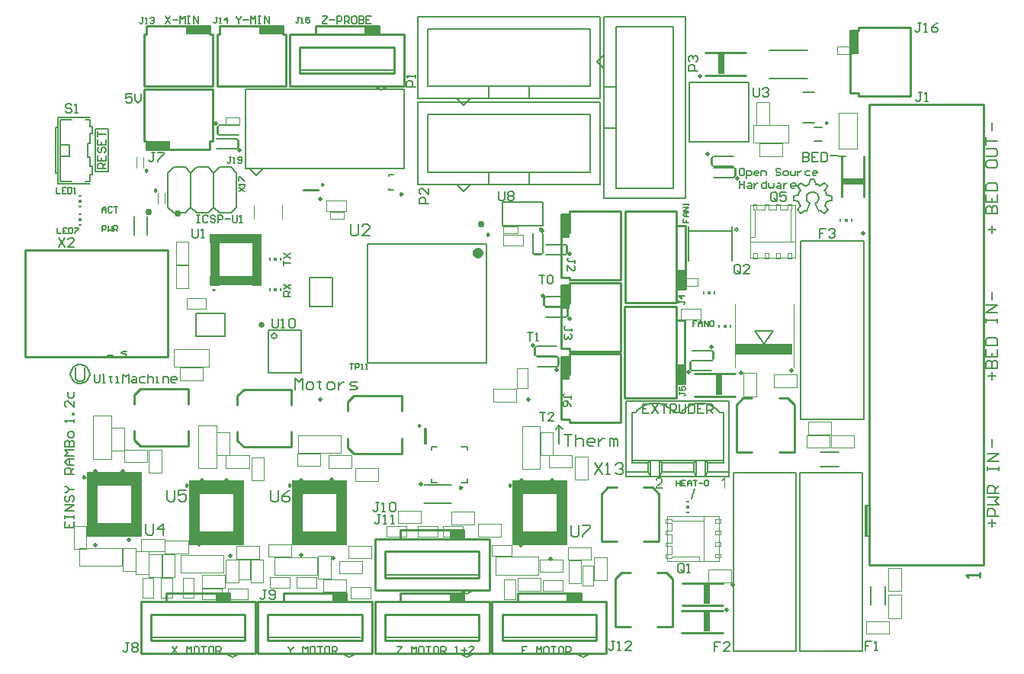
<source format=gto>
G04*
G04 #@! TF.GenerationSoftware,Altium Limited,Altium Designer,21.0.8 (223)*
G04*
G04 Layer_Color=65535*
%FSLAX25Y25*%
%MOIN*%
G70*
G04*
G04 #@! TF.SameCoordinates,1F3E44D4-B105-4FFE-95C9-EE80C68A8909*
G04*
G04*
G04 #@! TF.FilePolarity,Positive*
G04*
G01*
G75*
%ADD10C,0.00984*%
%ADD11C,0.00600*%
%ADD12C,0.00800*%
%ADD13C,0.01000*%
%ADD14C,0.02362*%
%ADD15C,0.00394*%
%ADD16C,0.00500*%
%ADD17C,0.02500*%
%ADD18C,0.03000*%
%ADD19C,0.02000*%
%ADD20C,0.01968*%
%ADD21C,0.00197*%
%ADD22C,0.00039*%
%ADD23C,0.00200*%
%ADD24C,0.00787*%
%ADD25C,0.00700*%
%ADD26C,0.00400*%
%ADD27R,0.02953X0.08790*%
%ADD28R,0.24505X0.04921*%
%ADD29R,0.00590X0.01200*%
%ADD30R,0.00600X0.01200*%
%ADD31R,0.01190X0.01200*%
%ADD32R,0.04921X0.28150*%
%ADD33R,0.24213X0.05945*%
%ADD34R,0.04961X0.28189*%
%ADD35R,0.22559X0.04291*%
%ADD36R,0.04331X0.22520*%
%ADD37R,0.22559X0.04409*%
%ADD38R,0.04370X0.22520*%
%ADD39R,0.01200X0.01190*%
%ADD40R,0.01200X0.00600*%
%ADD41R,0.01200X0.00590*%
%ADD42R,0.08790X0.02953*%
G36*
X100233Y271053D02*
X89928D01*
Y274803D01*
X100233D01*
Y271053D01*
D02*
G37*
G36*
X68133D02*
X57828D01*
Y274803D01*
X68133D01*
Y271053D01*
D02*
G37*
G36*
X351907Y262623D02*
X348158D01*
Y272928D01*
X351907D01*
Y262623D01*
D02*
G37*
G36*
X50938Y220703D02*
X40633D01*
Y224453D01*
X50938D01*
Y220703D01*
D02*
G37*
G36*
X225447Y182188D02*
X221697D01*
Y192493D01*
X225447D01*
Y182188D01*
D02*
G37*
G36*
X276058Y159928D02*
X272307D01*
Y166788D01*
X276058D01*
Y159928D01*
D02*
G37*
G36*
X225447Y151086D02*
X221697D01*
Y161391D01*
X225447D01*
Y151086D01*
D02*
G37*
G36*
Y119983D02*
X221697D01*
Y130289D01*
X225447D01*
Y119983D01*
D02*
G37*
G36*
X275957Y118528D02*
X272207D01*
Y125388D01*
X275957D01*
Y118528D01*
D02*
G37*
G36*
X264751Y77447D02*
X264801Y77443D01*
X264862Y77440D01*
X264930Y77429D01*
X265009Y77418D01*
X265091Y77400D01*
X265181Y77379D01*
X265270Y77354D01*
X265367Y77322D01*
X265460Y77282D01*
X265553Y77236D01*
X265642Y77186D01*
X265728Y77125D01*
X265811Y77053D01*
X265814Y77050D01*
X265829Y77035D01*
X265850Y77014D01*
X265875Y76982D01*
X265907Y76946D01*
X265943Y76899D01*
X265983Y76846D01*
X266022Y76785D01*
X266058Y76717D01*
X266097Y76641D01*
X266133Y76559D01*
X266165Y76473D01*
X266190Y76380D01*
X266212Y76284D01*
X266226Y76180D01*
X266230Y76072D01*
Y76069D01*
Y76058D01*
Y76044D01*
Y76022D01*
X266226Y75994D01*
X266222Y75965D01*
X266219Y75929D01*
X266215Y75890D01*
X266201Y75800D01*
X266179Y75700D01*
X266147Y75596D01*
X266108Y75489D01*
Y75485D01*
X266101Y75474D01*
X266094Y75460D01*
X266083Y75439D01*
X266072Y75414D01*
X266054Y75381D01*
X266036Y75345D01*
X266011Y75306D01*
X265986Y75263D01*
X265957Y75217D01*
X265886Y75113D01*
X265846Y75059D01*
X265804Y75002D01*
X265754Y74945D01*
X265703Y74884D01*
X265700Y74880D01*
X265689Y74869D01*
X265675Y74852D01*
X265650Y74826D01*
X265617Y74794D01*
X265578Y74755D01*
X265535Y74708D01*
X265481Y74655D01*
X265421Y74597D01*
X265349Y74533D01*
X265274Y74461D01*
X265188Y74383D01*
X265095Y74300D01*
X264995Y74211D01*
X264883Y74114D01*
X264765Y74014D01*
X264758Y74010D01*
X264740Y73992D01*
X264715Y73971D01*
X264680Y73939D01*
X264633Y73903D01*
X264586Y73860D01*
X264533Y73813D01*
X264475Y73763D01*
X264354Y73659D01*
X264296Y73606D01*
X264239Y73555D01*
X264185Y73505D01*
X264139Y73462D01*
X264096Y73423D01*
X264064Y73387D01*
X264056Y73380D01*
X264039Y73359D01*
X264010Y73326D01*
X263974Y73287D01*
X263935Y73237D01*
X263892Y73183D01*
X263849Y73122D01*
X263809Y73062D01*
X266237D01*
Y72478D01*
X262965D01*
Y72482D01*
Y72489D01*
Y72499D01*
Y72514D01*
Y72535D01*
X262968Y72557D01*
X262972Y72614D01*
X262979Y72675D01*
X262990Y72746D01*
X263008Y72822D01*
X263033Y72897D01*
Y72900D01*
X263040Y72911D01*
X263047Y72929D01*
X263058Y72954D01*
X263069Y72986D01*
X263086Y73022D01*
X263108Y73062D01*
X263129Y73104D01*
X263154Y73155D01*
X263187Y73205D01*
X263255Y73316D01*
X263337Y73434D01*
X263434Y73555D01*
X263437Y73559D01*
X263448Y73570D01*
X263462Y73588D01*
X263484Y73613D01*
X263512Y73645D01*
X263548Y73681D01*
X263588Y73724D01*
X263638Y73770D01*
X263691Y73824D01*
X263749Y73881D01*
X263813Y73942D01*
X263885Y74010D01*
X263964Y74078D01*
X264046Y74150D01*
X264135Y74225D01*
X264228Y74304D01*
X264232Y74307D01*
X264239Y74311D01*
X264250Y74322D01*
X264264Y74332D01*
X264282Y74350D01*
X264304Y74368D01*
X264357Y74415D01*
X264425Y74468D01*
X264497Y74537D01*
X264579Y74608D01*
X264665Y74687D01*
X264758Y74769D01*
X264848Y74855D01*
X264941Y74941D01*
X265027Y75030D01*
X265113Y75116D01*
X265188Y75199D01*
X265259Y75281D01*
X265317Y75356D01*
X265320Y75360D01*
X265327Y75374D01*
X265342Y75396D01*
X265363Y75421D01*
X265385Y75457D01*
X265406Y75496D01*
X265435Y75542D01*
X265460Y75593D01*
X265485Y75646D01*
X265514Y75704D01*
X265560Y75829D01*
X265578Y75893D01*
X265592Y75958D01*
X265599Y76022D01*
X265603Y76087D01*
Y76090D01*
Y76104D01*
Y76122D01*
X265599Y76148D01*
X265596Y76180D01*
X265589Y76215D01*
X265582Y76255D01*
X265571Y76298D01*
X265557Y76344D01*
X265539Y76394D01*
X265517Y76445D01*
X265492Y76495D01*
X265463Y76548D01*
X265428Y76599D01*
X265388Y76649D01*
X265342Y76695D01*
X265338Y76699D01*
X265331Y76706D01*
X265317Y76717D01*
X265295Y76735D01*
X265270Y76753D01*
X265238Y76774D01*
X265202Y76799D01*
X265163Y76820D01*
X265116Y76846D01*
X265066Y76867D01*
X265009Y76889D01*
X264951Y76906D01*
X264887Y76924D01*
X264819Y76935D01*
X264748Y76942D01*
X264672Y76946D01*
X264629D01*
X264601Y76942D01*
X264561Y76939D01*
X264518Y76932D01*
X264472Y76924D01*
X264418Y76914D01*
X264364Y76899D01*
X264307Y76881D01*
X264250Y76860D01*
X264189Y76835D01*
X264132Y76803D01*
X264074Y76767D01*
X264017Y76727D01*
X263967Y76681D01*
X263964Y76677D01*
X263956Y76670D01*
X263942Y76652D01*
X263928Y76634D01*
X263906Y76606D01*
X263885Y76573D01*
X263860Y76534D01*
X263838Y76491D01*
X263813Y76445D01*
X263788Y76387D01*
X263767Y76330D01*
X263745Y76266D01*
X263731Y76194D01*
X263716Y76119D01*
X263709Y76040D01*
X263706Y75954D01*
X263079Y76019D01*
Y76022D01*
Y76026D01*
X263083Y76037D01*
Y76051D01*
X263086Y76087D01*
X263097Y76133D01*
X263108Y76190D01*
X263122Y76258D01*
X263140Y76334D01*
X263161Y76412D01*
X263190Y76498D01*
X263222Y76584D01*
X263262Y76674D01*
X263308Y76763D01*
X263358Y76849D01*
X263419Y76932D01*
X263484Y77010D01*
X263559Y77082D01*
X263562Y77085D01*
X263577Y77096D01*
X263602Y77118D01*
X263634Y77139D01*
X263677Y77168D01*
X263727Y77200D01*
X263788Y77232D01*
X263856Y77268D01*
X263935Y77300D01*
X264017Y77332D01*
X264110Y77365D01*
X264211Y77393D01*
X264318Y77418D01*
X264432Y77436D01*
X264554Y77447D01*
X264683Y77451D01*
X264715D01*
X264751Y77447D01*
D02*
G37*
G36*
X293683Y72478D02*
X293075D01*
Y76351D01*
X293071Y76348D01*
X293064Y76341D01*
X293053Y76330D01*
X293035Y76316D01*
X293014Y76298D01*
X292985Y76273D01*
X292953Y76248D01*
X292921Y76219D01*
X292878Y76190D01*
X292835Y76155D01*
X292788Y76122D01*
X292738Y76083D01*
X292681Y76047D01*
X292624Y76008D01*
X292495Y75929D01*
X292491Y75925D01*
X292480Y75918D01*
X292459Y75908D01*
X292434Y75897D01*
X292405Y75879D01*
X292369Y75858D01*
X292326Y75836D01*
X292284Y75811D01*
X292183Y75761D01*
X292076Y75711D01*
X291965Y75661D01*
X291858Y75618D01*
Y76205D01*
X291865Y76208D01*
X291879Y76215D01*
X291908Y76230D01*
X291943Y76248D01*
X291986Y76269D01*
X292040Y76298D01*
X292097Y76330D01*
X292158Y76366D01*
X292226Y76409D01*
X292298Y76452D01*
X292448Y76552D01*
X292602Y76663D01*
X292749Y76785D01*
X292753Y76788D01*
X292767Y76799D01*
X292785Y76817D01*
X292810Y76842D01*
X292842Y76874D01*
X292878Y76910D01*
X292917Y76953D01*
X292960Y76996D01*
X293003Y77046D01*
X293050Y77100D01*
X293139Y77211D01*
X293221Y77329D01*
X293257Y77390D01*
X293289Y77451D01*
X293683D01*
Y72478D01*
D02*
G37*
G54D10*
X213404Y186031D02*
X212666Y186458D01*
Y185605D01*
X213404Y186031D01*
X190108Y183696D02*
X189370Y184122D01*
Y183270D01*
X190108Y183696D01*
X199861Y73991D02*
X199122Y74418D01*
Y73565D01*
X199861Y73991D01*
X70209Y159586D02*
X69421D01*
X70209D01*
X338098Y232542D02*
X337360Y232969D01*
Y232116D01*
X338098Y232542D01*
X152362Y201378D02*
X151624Y201804D01*
Y200952D01*
X152362Y201378D01*
X160335Y100197D02*
X159597Y100623D01*
Y99771D01*
X160335Y100197D01*
X178425Y73071D02*
X177687Y73497D01*
Y72645D01*
X178425Y73071D01*
X117815Y205512D02*
X117077Y205938D01*
Y205086D01*
X117815Y205512D01*
X13723Y77591D02*
X12985Y78017D01*
Y77165D01*
X13723Y77591D01*
X58461Y73991D02*
X57722Y74418D01*
Y73565D01*
X58461Y73991D01*
X103461D02*
X102722Y74418D01*
Y73565D01*
X103461Y73991D01*
G54D11*
X262757Y109878D02*
X261785Y109833D01*
X260821Y109698D01*
X259874Y109474D01*
X258951Y109164D01*
X258062Y108769D01*
X257212Y108294D01*
X256411Y107743D01*
X255663Y107119D01*
X254977Y106429D01*
X254358Y105678D01*
X271158D02*
X270538Y106429D01*
X269852Y107119D01*
X269105Y107743D01*
X268303Y108294D01*
X267453Y108769D01*
X266563Y109164D01*
X265641Y109474D01*
X264694Y109698D01*
X263730Y109833D01*
X262757Y109878D01*
X282757D02*
X281785Y109833D01*
X280821Y109698D01*
X279874Y109474D01*
X278952Y109164D01*
X278062Y108769D01*
X277212Y108294D01*
X276411Y107743D01*
X275663Y107119D01*
X274977Y106429D01*
X274358Y105678D01*
X291158D02*
X290538Y106429D01*
X289852Y107119D01*
X289105Y107743D01*
X288303Y108294D01*
X287453Y108769D01*
X286563Y109164D01*
X285641Y109474D01*
X284694Y109698D01*
X283730Y109833D01*
X282757Y109878D01*
X97670Y139282D02*
X97319Y140130D01*
X96470Y140482D01*
X95622Y140130D01*
X95270Y139282D01*
X95622Y138433D01*
X96470Y138082D01*
X97319Y138433D01*
X97670Y139282D01*
X196344Y187413D02*
X213864D01*
X196344D02*
Y197650D01*
X213864D01*
Y187413D02*
Y197650D01*
X207916Y243065D02*
Y248379D01*
X190199Y243065D02*
Y248379D01*
X159254Y243065D02*
Y278891D01*
X238861D01*
Y243065D02*
Y278891D01*
X159254Y243065D02*
X238861D01*
X250257Y77878D02*
X260757D01*
X250257D02*
Y79878D01*
Y110878D01*
X252758Y84878D02*
Y105878D01*
X254457D01*
X252758Y84878D02*
X260757D01*
X250257Y79878D02*
X259757D01*
X252758Y83878D02*
X259757D01*
Y79878D02*
X260757Y77878D01*
X259757Y83878D02*
X260757Y84878D01*
X252758Y83878D02*
Y84878D01*
X264757D02*
X265757Y83878D01*
Y79878D02*
Y83878D01*
X264757Y77878D02*
X265757Y79878D01*
X259757Y83878D02*
X260757Y84878D01*
X259757Y79878D02*
X260757Y77878D01*
X259757Y79878D02*
Y83878D01*
X260757Y77878D02*
Y84878D01*
X264757Y77878D02*
Y84878D01*
X252758Y105878D02*
X254257D01*
X279757Y83878D02*
X280757Y84878D01*
X284757D02*
X285757Y83878D01*
X284757Y77878D02*
X285757Y79878D01*
X279757D02*
X280757Y77878D01*
X279757Y79878D02*
Y83878D01*
X285757Y79878D02*
Y83878D01*
X284757Y77878D02*
Y84878D01*
X280757Y77878D02*
Y84878D01*
X285757Y83878D02*
X292758D01*
X265757D02*
X279757D01*
X265757Y79878D02*
X279757D01*
X285757D02*
X295257D01*
X260757Y77878D02*
X264757D01*
X280757D01*
X284757D01*
X295257D01*
X260757Y84878D02*
X264757D01*
X280757D01*
X284757D01*
X292758D01*
X291057Y105878D02*
X292758D01*
X271257D02*
X274257D01*
X292758Y83878D02*
Y84878D01*
Y105878D01*
X295257Y79878D02*
Y110878D01*
Y77878D02*
Y79878D01*
X250257Y110878D02*
X295257D01*
X240413Y230291D02*
X245728D01*
X240413Y248007D02*
X245728D01*
X240413Y278952D02*
X276239D01*
Y199346D02*
Y278952D01*
X240413Y199346D02*
X276239D01*
X240413D02*
Y278952D01*
X49910Y195534D02*
X52410Y193034D01*
X57410D02*
X59910Y195534D01*
X62410Y193034D01*
X67410D02*
X69910Y195534D01*
X49910D02*
Y210534D01*
X52410Y213034D01*
X57410D01*
X59910Y210534D01*
X62410Y213034D01*
X67410D01*
X69910Y210534D01*
X59910Y195534D02*
Y210534D01*
X69910Y195534D02*
Y210534D01*
X62410Y193034D02*
X67410D01*
X52410D02*
X57410D01*
X69910Y195534D02*
X72410Y193034D01*
X77410D02*
X79910Y195534D01*
X69910Y210534D02*
X72410Y213034D01*
X77410D01*
X79910Y210534D01*
Y195534D02*
Y210534D01*
X72410Y193034D02*
X77410D01*
X1831Y205976D02*
X15831D01*
X1831D02*
Y210476D01*
Y234976D02*
X15831D01*
X2831Y222976D02*
Y233976D01*
X831Y230476D02*
X1831D01*
X831Y225476D02*
Y230476D01*
Y210476D02*
X1831D01*
Y234976D01*
X831Y215476D02*
Y225476D01*
Y210476D02*
Y215476D01*
X2831Y222976D02*
X6831D01*
X2831Y217976D02*
Y222976D01*
X6831Y217976D02*
Y222976D01*
X2831Y217976D02*
X6831D01*
X2831Y206976D02*
Y217976D01*
X15831Y230976D02*
Y233976D01*
Y230976D02*
X16831D01*
Y227976D02*
Y230976D01*
X15831Y227976D02*
X16831D01*
X15831Y223476D02*
Y227976D01*
X14831Y223476D02*
X15831D01*
X14831Y217476D02*
Y223476D01*
Y217476D02*
X15831D01*
Y213476D02*
Y217476D01*
Y213476D02*
X16831D01*
Y209976D02*
Y213476D01*
X15831Y209976D02*
X16831D01*
X15831Y206976D02*
Y209976D01*
X13831Y233976D02*
X15831D01*
X2831D02*
X7831D01*
X2831Y206976D02*
X7831D01*
X13831D02*
X15831D01*
X40875Y183503D02*
Y191440D01*
X35319Y183503D02*
Y191440D01*
X140278Y248546D02*
X143278Y246846D01*
X146278Y248546D01*
X108178Y255446D02*
X148357D01*
X159254Y205565D02*
X238861D01*
Y241391D01*
X159254D02*
X238861D01*
X159254Y205565D02*
Y241391D01*
X190199Y205565D02*
Y210879D01*
X207916Y205565D02*
Y210879D01*
X42983Y7403D02*
X83161D01*
X78083Y-1197D02*
X81083Y503D01*
X75083D02*
X78083Y-1197D01*
X94164Y7403D02*
X134343D01*
X129264Y-1197D02*
X132264Y503D01*
X126264D02*
X129264Y-1197D01*
X145345Y34962D02*
X185524D01*
X180445Y26362D02*
X183445Y28062D01*
X177445D02*
X180445Y26362D01*
X145345Y7403D02*
X185524D01*
X180445Y-1197D02*
X183445Y503D01*
X177445D02*
X180445Y-1197D01*
X196565Y7442D02*
X236744D01*
X231665Y-1158D02*
X234665Y543D01*
X228665D02*
X231665Y-1158D01*
X212598Y105882D02*
X214998D01*
X213798D01*
Y102284D01*
X218597D02*
X216197D01*
X218597Y104683D01*
Y105282D01*
X217997Y105882D01*
X216797D01*
X216197Y105282D01*
X207139Y140843D02*
X209539D01*
X208339D01*
Y137244D01*
X210738D02*
X211938D01*
X211338D01*
Y140843D01*
X210738Y140243D01*
X212265Y165877D02*
X214664D01*
X213464D01*
Y162278D01*
X215863Y165277D02*
X216463Y165877D01*
X217663D01*
X218263Y165277D01*
Y162878D01*
X217663Y162278D01*
X216463D01*
X215863Y162878D01*
Y165277D01*
X62657Y192177D02*
X63724D01*
X63191D01*
Y188978D01*
X62657D01*
X63724D01*
X67456Y191644D02*
X66923Y192177D01*
X65856D01*
X65323Y191644D01*
Y189511D01*
X65856Y188978D01*
X66923D01*
X67456Y189511D01*
X70655Y191644D02*
X70122Y192177D01*
X69055D01*
X68522Y191644D01*
Y191111D01*
X69055Y190577D01*
X70122D01*
X70655Y190044D01*
Y189511D01*
X70122Y188978D01*
X69055D01*
X68522Y189511D01*
X71721Y188978D02*
Y192177D01*
X73321D01*
X73854Y191644D01*
Y190577D01*
X73321Y190044D01*
X71721D01*
X74920Y190577D02*
X77053D01*
X78119Y192177D02*
Y189511D01*
X78652Y188978D01*
X79719D01*
X80252Y189511D01*
Y192177D01*
X81318Y188978D02*
X82385D01*
X81851D01*
Y192177D01*
X81318Y191644D01*
X117483Y279002D02*
X119615D01*
Y278469D01*
X117483Y276336D01*
Y275803D01*
X119615D01*
X120682Y277403D02*
X122814D01*
X123881Y275803D02*
Y279002D01*
X125480D01*
X126013Y278469D01*
Y277403D01*
X125480Y276870D01*
X123881D01*
X127080Y275803D02*
Y279002D01*
X128679D01*
X129212Y278469D01*
Y277403D01*
X128679Y276870D01*
X127080D01*
X128146D02*
X129212Y275803D01*
X131878Y279002D02*
X130812D01*
X130279Y278469D01*
Y276336D01*
X130812Y275803D01*
X131878D01*
X132411Y276336D01*
Y278469D01*
X131878Y279002D01*
X133477D02*
Y275803D01*
X135077D01*
X135610Y276336D01*
Y276870D01*
X135077Y277403D01*
X133477D01*
X135077D01*
X135610Y277936D01*
Y278469D01*
X135077Y279002D01*
X133477D01*
X138809D02*
X136677D01*
Y275803D01*
X138809D01*
X136677Y277403D02*
X137743D01*
X79783Y279002D02*
Y278469D01*
X80849Y277403D01*
X81915Y278469D01*
Y279002D01*
X80849Y277403D02*
Y275803D01*
X82982Y277403D02*
X85114D01*
X86181Y275803D02*
Y279002D01*
X87247Y277936D01*
X88313Y279002D01*
Y275803D01*
X89380Y279002D02*
X90446D01*
X89913D01*
Y275803D01*
X89380D01*
X90446D01*
X92045D02*
Y279002D01*
X94178Y275803D01*
Y279002D01*
X48883D02*
X51015Y275803D01*
Y279002D02*
X48883Y275803D01*
X52082Y277403D02*
X54214D01*
X55281Y275803D02*
Y279002D01*
X56347Y277936D01*
X57413Y279002D01*
Y275803D01*
X58480Y279002D02*
X59546D01*
X59013D01*
Y275803D01*
X58480D01*
X59546D01*
X61145D02*
Y279002D01*
X63278Y275803D01*
Y279002D01*
X100484Y170103D02*
Y172236D01*
Y171169D01*
X103683D01*
X100484Y173302D02*
X103683Y175435D01*
X100484D02*
X103683Y173302D01*
X9409Y125408D02*
Y120409D01*
X10409Y119409D01*
X12409D01*
X13408Y120409D01*
Y125408D01*
X51783Y3602D02*
X53915Y403D01*
Y3602D02*
X51783Y403D01*
X58181D02*
Y3602D01*
X59247Y2536D01*
X60313Y3602D01*
Y403D01*
X62979Y3602D02*
X61913D01*
X61380Y3069D01*
Y936D01*
X61913Y403D01*
X62979D01*
X63512Y936D01*
Y3069D01*
X62979Y3602D01*
X64579D02*
X66711D01*
X65645D01*
Y403D01*
X69377Y3602D02*
X68311D01*
X67778Y3069D01*
Y936D01*
X68311Y403D01*
X69377D01*
X69910Y936D01*
Y3069D01*
X69377Y3602D01*
X70977Y403D02*
Y3602D01*
X72576D01*
X73109Y3069D01*
Y2003D01*
X72576Y1469D01*
X70977D01*
X72043D02*
X73109Y403D01*
X29557Y130278D02*
X31157D01*
X31690Y130811D01*
X31157Y131344D01*
X30091D01*
X29557Y131877D01*
X30091Y132411D01*
X31690D01*
X150057Y3577D02*
X152190D01*
Y3044D01*
X150057Y911D01*
Y378D01*
X152190D01*
X156455D02*
Y3577D01*
X157522Y2511D01*
X158588Y3577D01*
Y378D01*
X161254Y3577D02*
X160188D01*
X159654Y3044D01*
Y911D01*
X160188Y378D01*
X161254D01*
X161787Y911D01*
Y3044D01*
X161254Y3577D01*
X162853D02*
X164986D01*
X163920D01*
Y378D01*
X167652Y3577D02*
X166586D01*
X166052Y3044D01*
Y911D01*
X166586Y378D01*
X167652D01*
X168185Y911D01*
Y3044D01*
X167652Y3577D01*
X169251Y378D02*
Y3577D01*
X170851D01*
X171384Y3044D01*
Y1977D01*
X170851Y1444D01*
X169251D01*
X170318D02*
X171384Y378D01*
X175649D02*
X176716D01*
X176182D01*
Y3577D01*
X175649Y3044D01*
X178315Y1977D02*
X180448D01*
X179381Y3044D02*
Y911D01*
X183647Y378D02*
X181514D01*
X183647Y2511D01*
Y3044D01*
X183114Y3577D01*
X182047D01*
X181514Y3044D01*
X23558Y130777D02*
X25690D01*
X102558Y3577D02*
Y3044D01*
X103624Y1977D01*
X104690Y3044D01*
Y3577D01*
X103624Y1977D02*
Y378D01*
X108955D02*
Y3577D01*
X110022Y2511D01*
X111088Y3577D01*
Y378D01*
X113754Y3577D02*
X112688D01*
X112154Y3044D01*
Y911D01*
X112688Y378D01*
X113754D01*
X114287Y911D01*
Y3044D01*
X113754Y3577D01*
X115353D02*
X117486D01*
X116420D01*
Y378D01*
X120152Y3577D02*
X119086D01*
X118552Y3044D01*
Y911D01*
X119086Y378D01*
X120152D01*
X120685Y911D01*
Y3044D01*
X120152Y3577D01*
X121751Y378D02*
Y3577D01*
X123351D01*
X123884Y3044D01*
Y1977D01*
X123351Y1444D01*
X121751D01*
X122818D02*
X123884Y378D01*
X299857Y207077D02*
Y203878D01*
Y205477D01*
X301990D01*
Y207077D01*
Y203878D01*
X303590Y206011D02*
X304656D01*
X305189Y205477D01*
Y203878D01*
X303590D01*
X303056Y204411D01*
X303590Y204944D01*
X305189D01*
X306255Y206011D02*
Y203878D01*
Y204944D01*
X306789Y205477D01*
X307322Y206011D01*
X307855D01*
X311587Y207077D02*
Y203878D01*
X309988D01*
X309454Y204411D01*
Y205477D01*
X309988Y206011D01*
X311587D01*
X312653D02*
Y204411D01*
X313187Y203878D01*
X313720Y204411D01*
X314253Y203878D01*
X314786Y204411D01*
Y206011D01*
X316386D02*
X317452D01*
X317985Y205477D01*
Y203878D01*
X316386D01*
X315852Y204411D01*
X316386Y204944D01*
X317985D01*
X319051Y206011D02*
Y203878D01*
Y204944D01*
X319584Y205477D01*
X320118Y206011D01*
X320651D01*
X323850Y203878D02*
X322783D01*
X322250Y204411D01*
Y205477D01*
X322783Y206011D01*
X323850D01*
X324383Y205477D01*
Y204944D01*
X322250D01*
X301357Y212577D02*
X300291D01*
X299758Y212044D01*
Y209911D01*
X300291Y209378D01*
X301357D01*
X301890Y209911D01*
Y212044D01*
X301357Y212577D01*
X302956Y208312D02*
Y211511D01*
X304556D01*
X305089Y210977D01*
Y209911D01*
X304556Y209378D01*
X302956D01*
X307755D02*
X306689D01*
X306155Y209911D01*
Y210977D01*
X306689Y211511D01*
X307755D01*
X308288Y210977D01*
Y210444D01*
X306155D01*
X309354Y209378D02*
Y211511D01*
X310954D01*
X311487Y210977D01*
Y209378D01*
X317885Y212044D02*
X317352Y212577D01*
X316285D01*
X315752Y212044D01*
Y211511D01*
X316285Y210977D01*
X317352D01*
X317885Y210444D01*
Y209911D01*
X317352Y209378D01*
X316285D01*
X315752Y209911D01*
X319484Y209378D02*
X320551D01*
X321084Y209911D01*
Y210977D01*
X320551Y211511D01*
X319484D01*
X318951Y210977D01*
Y209911D01*
X319484Y209378D01*
X322150Y211511D02*
Y209911D01*
X322683Y209378D01*
X324283D01*
Y211511D01*
X325349D02*
Y209378D01*
Y210444D01*
X325882Y210977D01*
X326416Y211511D01*
X326949D01*
X330681D02*
X329081D01*
X328548Y210977D01*
Y209911D01*
X329081Y209378D01*
X330681D01*
X333347D02*
X332280D01*
X331747Y209911D01*
Y210977D01*
X332280Y211511D01*
X333347D01*
X333880Y210977D01*
Y210444D01*
X331747D01*
X206890Y3377D02*
X204757D01*
Y178D01*
X206890D01*
X204757Y1777D02*
X205824D01*
X211155Y178D02*
Y3377D01*
X212222Y2311D01*
X213288Y3377D01*
Y178D01*
X215954Y3377D02*
X214888D01*
X214354Y2844D01*
Y711D01*
X214888Y178D01*
X215954D01*
X216487Y711D01*
Y2844D01*
X215954Y3377D01*
X217553D02*
X219686D01*
X218620D01*
Y178D01*
X222352Y3377D02*
X221286D01*
X220752Y2844D01*
Y711D01*
X221286Y178D01*
X222352D01*
X222885Y711D01*
Y2844D01*
X222352Y3377D01*
X223951Y178D02*
Y3377D01*
X225551D01*
X226084Y2844D01*
Y1777D01*
X225551Y1244D01*
X223951D01*
X225018D02*
X226084Y178D01*
X103683Y156603D02*
X100484D01*
Y158203D01*
X101017Y158736D01*
X102083D01*
X102616Y158203D01*
Y156603D01*
Y157669D02*
X103683Y158736D01*
X100484Y159802D02*
X103683Y161935D01*
X100484D02*
X103683Y159802D01*
X22732Y212403D02*
X19233D01*
Y214153D01*
X19817Y214736D01*
X20983D01*
X21566Y214153D01*
Y212403D01*
Y213569D02*
X22732Y214736D01*
X19233Y218235D02*
Y215902D01*
X22732D01*
Y218235D01*
X20983Y215902D02*
Y217068D01*
X19817Y221733D02*
X19233Y221150D01*
Y219984D01*
X19817Y219401D01*
X20400D01*
X20983Y219984D01*
Y221150D01*
X21566Y221733D01*
X22149D01*
X22732Y221150D01*
Y219984D01*
X22149Y219401D01*
X19233Y225232D02*
Y222900D01*
X22732D01*
Y225232D01*
X20983Y222900D02*
Y224066D01*
X19233Y226399D02*
Y228731D01*
Y227565D01*
X22732D01*
X226215Y111841D02*
Y113007D01*
Y112424D01*
X223300D01*
X222716Y113007D01*
Y113590D01*
X223300Y114173D01*
X226215Y108342D02*
X225632Y109508D01*
X224466Y110674D01*
X223300D01*
X222716Y110091D01*
Y108925D01*
X223300Y108342D01*
X223883D01*
X224466Y108925D01*
Y110674D01*
X226570Y141329D02*
Y142495D01*
Y141912D01*
X223654D01*
X223071Y142495D01*
Y143078D01*
X223654Y143661D01*
X225987Y140163D02*
X226570Y139579D01*
Y138413D01*
X225987Y137830D01*
X225403D01*
X224820Y138413D01*
Y138996D01*
Y138413D01*
X224237Y137830D01*
X223654D01*
X223071Y138413D01*
Y139579D01*
X223654Y140163D01*
X227956Y171211D02*
Y172377D01*
Y171794D01*
X225041D01*
X224458Y172377D01*
Y172960D01*
X225041Y173543D01*
X224458Y167712D02*
Y170044D01*
X226790Y167712D01*
X227373D01*
X227956Y168295D01*
Y169461D01*
X227373Y170044D01*
G54D12*
X337057Y196278D02*
X337544Y197243D01*
X337858Y198278D01*
X337958Y201078D02*
X337585Y202017D01*
X337057Y202878D01*
X334958Y204878D02*
X334089Y205348D01*
X333157Y205678D01*
X330258Y205578D02*
X329381Y205293D01*
X328557Y204878D01*
X326458Y202878D02*
X325984Y202011D01*
X325658Y201078D01*
Y198078D02*
X325985Y197146D01*
X326458Y196278D01*
X332958Y197178D02*
X333740Y197754D01*
X334271Y198568D01*
X334483Y199516D01*
X334349Y200479D01*
X333887Y201334D01*
X333154Y201972D01*
X332243Y202312D01*
X331272D01*
X330361Y201972D01*
X329628Y201334D01*
X329166Y200479D01*
X329032Y199516D01*
X329244Y198568D01*
X329775Y197754D01*
X330557Y197178D01*
X299163Y185794D02*
X298618Y186543D01*
X297738Y186257D01*
Y185331D01*
X298618Y185045D01*
X299163Y185794D01*
X88465Y209528D02*
X91417Y212480D01*
X88268Y209724D02*
X88465Y209528D01*
X85512Y212480D02*
X88268Y209724D01*
X83858Y212480D02*
Y247126D01*
X153307D01*
Y212480D02*
Y247126D01*
X83858Y212480D02*
X153307D01*
X179044Y240078D02*
X182031Y243065D01*
X176058D02*
X179044Y240078D01*
X237426Y259162D02*
X240413Y256176D01*
X237426Y259162D02*
X240413Y262149D01*
X332958Y197178D02*
X334358Y193778D01*
X335157Y194178D01*
X336958Y192978D01*
X338357Y194378D01*
X337057Y196178D02*
X338357Y194378D01*
X337858Y198178D02*
X340057Y198578D01*
Y200578D01*
X337858Y200978D02*
X340057Y200578D01*
X336958Y202878D02*
X338357Y204778D01*
X336958Y206178D02*
X338357Y204778D01*
X334958Y204878D02*
X336958Y206178D01*
X332658Y207978D02*
X333157Y205578D01*
X330757Y207978D02*
X332658D01*
X330258Y205578D02*
X330757Y207978D01*
X326557Y206178D02*
X328457Y204878D01*
X325157Y204778D02*
X326557Y206178D01*
X325157Y204778D02*
X326458Y202878D01*
X323358Y200578D02*
X325658Y200978D01*
X323358Y198578D02*
Y200578D01*
Y198578D02*
X325557Y198178D01*
X325157Y194378D02*
X326358Y196178D01*
X325157Y194378D02*
X326557Y192978D01*
X328358Y194178D01*
X329058Y193778D01*
X330557Y197178D01*
X93690Y123282D02*
Y141831D01*
X108170D01*
Y123282D02*
Y141831D01*
X93690Y123282D02*
X108170D01*
X306591Y141397D02*
X310591Y135929D01*
X314528Y141397D01*
X306591D02*
X314528D01*
X277458Y172093D02*
Y185105D01*
Y187074D01*
X296407Y185105D02*
Y187074D01*
Y172093D02*
Y185105D01*
X277458D02*
X296407D01*
X355557Y51778D02*
X356358D01*
X355557D02*
Y65278D01*
X356358D01*
X354857Y51778D02*
X355557D01*
X354857D02*
Y65278D01*
X356358D01*
X339558Y218278D02*
X346158Y217878D01*
X176058Y205565D02*
X179044Y202578D01*
X182031Y205565D01*
X220983Y92103D02*
Y100003D01*
X219483Y98503D02*
X220983Y100003D01*
X222483Y98503D01*
X23832Y211203D02*
Y229903D01*
X18032D02*
X23832D01*
X18032Y211203D02*
Y229903D01*
Y211203D02*
X23832D01*
X278883Y68303D02*
X280083Y72403D01*
X8758Y101575D02*
Y102908D01*
Y102241D01*
X4759D01*
X5425Y101575D01*
X8758Y104907D02*
X8091D01*
Y105573D01*
X8758D01*
Y104907D01*
Y110905D02*
Y108239D01*
X6092Y110905D01*
X5425D01*
X4759Y110239D01*
Y108906D01*
X5425Y108239D01*
X6092Y114904D02*
Y112905D01*
X6758Y112238D01*
X8091D01*
X8758Y112905D01*
Y114904D01*
X223283Y96302D02*
X226615D01*
X224949D01*
Y91303D01*
X228281Y96302D02*
Y91303D01*
Y93802D01*
X229114Y94635D01*
X230780D01*
X231613Y93802D01*
Y91303D01*
X235779D02*
X234113D01*
X233279Y92136D01*
Y93802D01*
X234113Y94635D01*
X235779D01*
X236612Y93802D01*
Y92969D01*
X233279D01*
X238278Y94635D02*
Y91303D01*
Y92969D01*
X239111Y93802D01*
X239944Y94635D01*
X240777D01*
X243276Y91303D02*
Y94635D01*
X244109D01*
X244942Y93802D01*
Y91303D01*
Y93802D01*
X245775Y94635D01*
X246608Y93802D01*
Y91303D01*
X105358Y115678D02*
Y120676D01*
X107024Y119010D01*
X108690Y120676D01*
Y115678D01*
X111189D02*
X112855D01*
X113688Y116511D01*
Y118177D01*
X112855Y119010D01*
X111189D01*
X110356Y118177D01*
Y116511D01*
X111189Y115678D01*
X116187Y119843D02*
Y119010D01*
X115354D01*
X117020D01*
X116187D01*
Y116511D01*
X117020Y115678D01*
X120353D02*
X122019D01*
X122852Y116511D01*
Y118177D01*
X122019Y119010D01*
X120353D01*
X119520Y118177D01*
Y116511D01*
X120353Y115678D01*
X124518Y119010D02*
Y115678D01*
Y117344D01*
X125351Y118177D01*
X126184Y119010D01*
X127017D01*
X129516Y115678D02*
X132016D01*
X132849Y116511D01*
X132016Y117344D01*
X130349D01*
X129516Y118177D01*
X130349Y119010D01*
X132849D01*
X410158Y55678D02*
Y59010D01*
X408492Y57344D02*
X411824D01*
X410158Y90667D02*
Y93999D01*
X4759Y58153D02*
Y55487D01*
X8758D01*
Y58153D01*
X6758Y55487D02*
Y56820D01*
X4759Y59486D02*
Y60819D01*
Y60153D01*
X8758D01*
Y59486D01*
Y60819D01*
Y62818D02*
X4759D01*
X8758Y65484D01*
X4759D01*
X5425Y69483D02*
X4759Y68816D01*
Y67484D01*
X5425Y66817D01*
X6092D01*
X6758Y67484D01*
Y68816D01*
X7425Y69483D01*
X8091D01*
X8758Y68816D01*
Y67484D01*
X8091Y66817D01*
X4759Y70816D02*
X5425D01*
X6758Y72149D01*
X5425Y73482D01*
X4759D01*
X6758Y72149D02*
X8758D01*
Y78813D02*
X4759D01*
Y80813D01*
X5425Y81479D01*
X6758D01*
X7425Y80813D01*
Y78813D01*
Y80146D02*
X8758Y81479D01*
Y82812D02*
X6092D01*
X4759Y84145D01*
X6092Y85478D01*
X8758D01*
X6758D01*
Y82812D01*
X8758Y86811D02*
X4759D01*
X6092Y88143D01*
X4759Y89476D01*
X8758D01*
X4759Y90809D02*
X8758D01*
Y92809D01*
X8091Y93475D01*
X7425D01*
X6758Y92809D01*
Y90809D01*
Y92809D01*
X6092Y93475D01*
X5425D01*
X4759Y92809D01*
Y90809D01*
X8758Y95474D02*
Y96807D01*
X8091Y97474D01*
X6758D01*
X6092Y96807D01*
Y95474D01*
X6758Y94808D01*
X8091D01*
X8758Y95474D01*
X413058Y60378D02*
X408059D01*
Y62877D01*
X408892Y63710D01*
X410558D01*
X411391Y62877D01*
Y60378D01*
X408059Y65376D02*
X413058D01*
X411391Y67042D01*
X413058Y68709D01*
X408059D01*
X413058Y70375D02*
X408059D01*
Y72874D01*
X408892Y73707D01*
X410558D01*
X411391Y72874D01*
Y70375D01*
Y72041D02*
X413058Y73707D01*
X408059Y80371D02*
Y82038D01*
Y81204D01*
X413058D01*
Y80371D01*
Y82038D01*
Y84537D02*
X408059D01*
X413058Y87869D01*
X408059D01*
X407659Y125278D02*
X412657D01*
Y127777D01*
X411824Y128610D01*
X410991D01*
X410158Y127777D01*
Y125278D01*
Y127777D01*
X409325Y128610D01*
X408492D01*
X407659Y127777D01*
Y125278D01*
Y133609D02*
Y130276D01*
X412657D01*
Y133609D01*
X410158Y130276D02*
Y131942D01*
X407659Y135275D02*
X412657D01*
Y137774D01*
X411824Y138607D01*
X408492D01*
X407659Y137774D01*
Y135275D01*
Y145272D02*
Y146938D01*
Y146105D01*
X412657D01*
Y145272D01*
Y146938D01*
Y149437D02*
X407659D01*
X412657Y152769D01*
X407659D01*
X410158Y120178D02*
Y123510D01*
X408492Y121844D02*
X411824D01*
X410158Y155167D02*
Y158499D01*
Y184178D02*
Y187510D01*
X408492Y185844D02*
X411824D01*
X410158Y229163D02*
Y232496D01*
X407659Y192778D02*
X412657D01*
Y195277D01*
X411824Y196110D01*
X410991D01*
X410158Y195277D01*
Y192778D01*
Y195277D01*
X409325Y196110D01*
X408492D01*
X407659Y195277D01*
Y192778D01*
Y201109D02*
Y197776D01*
X412657D01*
Y201109D01*
X410158Y197776D02*
Y199443D01*
X407659Y202775D02*
X412657D01*
Y205274D01*
X411824Y206107D01*
X408492D01*
X407659Y205274D01*
Y202775D01*
Y215271D02*
Y213604D01*
X408492Y212772D01*
X411824D01*
X412657Y213604D01*
Y215271D01*
X411824Y216104D01*
X408492D01*
X407659Y215271D01*
Y217770D02*
X411824D01*
X412657Y218603D01*
Y220269D01*
X411824Y221102D01*
X407659D01*
Y222768D02*
Y226100D01*
Y224434D01*
X412657D01*
X226283Y56401D02*
Y52236D01*
X227116Y51403D01*
X228782D01*
X229615Y52236D01*
Y56401D01*
X231281D02*
X234613D01*
Y55568D01*
X231281Y52236D01*
Y51403D01*
X94858Y71676D02*
Y67511D01*
X95691Y66678D01*
X97357D01*
X98190Y67511D01*
Y71676D01*
X103188D02*
X101522Y70843D01*
X99856Y69177D01*
Y67511D01*
X100689Y66678D01*
X102355D01*
X103188Y67511D01*
Y68344D01*
X102355Y69177D01*
X99856D01*
X49657Y71976D02*
Y67811D01*
X50490Y66978D01*
X52157D01*
X52990Y67811D01*
Y71976D01*
X57988D02*
X54656D01*
Y69477D01*
X56322Y70310D01*
X57155D01*
X57988Y69477D01*
Y67811D01*
X57155Y66978D01*
X55489D01*
X54656Y67811D01*
X40236Y57203D02*
Y53038D01*
X41069Y52205D01*
X42735D01*
X43569Y53038D01*
Y57203D01*
X47734Y52205D02*
Y57203D01*
X45235Y54704D01*
X48567D01*
X129764Y188109D02*
Y183943D01*
X130597Y183110D01*
X132263D01*
X133096Y183943D01*
Y188109D01*
X138094Y183110D02*
X134762D01*
X138094Y186442D01*
Y187276D01*
X137261Y188109D01*
X135595D01*
X134762Y187276D01*
X236483Y83701D02*
X239815Y78703D01*
Y83701D02*
X236483Y78703D01*
X241481D02*
X243147D01*
X242314D01*
Y83701D01*
X241481Y82868D01*
X245646D02*
X246479Y83701D01*
X248146D01*
X248979Y82868D01*
Y82035D01*
X248146Y81202D01*
X247312D01*
X248146D01*
X248979Y80369D01*
Y79536D01*
X248146Y78703D01*
X246479D01*
X245646Y79536D01*
X44123Y219477D02*
X42790D01*
X43457D01*
Y216144D01*
X42790Y215478D01*
X42124D01*
X41458Y216144D01*
X45456Y219477D02*
X48122D01*
Y218810D01*
X45456Y216144D01*
Y215478D01*
G54D13*
X40755Y211635D02*
X40095Y212016D01*
Y211253D01*
X40755Y211635D01*
X44758Y202934D02*
X44097Y203315D01*
Y202553D01*
X44758Y202934D01*
X284799Y263078D02*
X302557D01*
X284799Y253157D02*
X302557D01*
X280157Y112878D02*
X297916D01*
X280157Y122799D02*
X297916D01*
X49742Y130246D02*
Y176775D01*
X-12319Y130246D02*
X49742D01*
X-12319D02*
Y176775D01*
X49742D01*
X58768Y109583D02*
Y116276D01*
Y91079D02*
Y97772D01*
X35146Y93835D02*
Y97772D01*
Y93835D02*
X37902Y91079D01*
Y91079D02*
X58768D01*
X35146Y109583D02*
Y113521D01*
X37902Y116276D02*
X58768D01*
X35146Y113521D02*
X37902Y116276D01*
X272207Y146078D02*
Y152278D01*
Y146078D02*
X275957D01*
Y118528D02*
Y146078D01*
X272207Y118528D02*
X275957D01*
X272207Y112278D02*
Y118528D01*
X249658Y112278D02*
X272207D01*
X249658D02*
Y152278D01*
X272207D01*
Y118528D02*
Y146078D01*
X71483Y271053D02*
X72683D01*
Y274803D01*
X100233D01*
Y271053D02*
Y274803D01*
Y271053D02*
X101483D01*
Y248503D02*
Y271053D01*
X71483Y248503D02*
X101483D01*
X71483D02*
Y271053D01*
X136278Y271946D02*
X142028D01*
X136278Y272846D02*
X141928D01*
X136278Y271068D02*
Y274846D01*
Y273846D02*
X142028D01*
Y271096D02*
Y274846D01*
X114478D02*
X142028D01*
X114404Y271068D02*
X141955D01*
X107678Y265554D02*
X148790D01*
X107678Y254046D02*
Y265554D01*
Y254046D02*
X148790D01*
Y265554D01*
X103278Y248546D02*
Y271096D01*
Y248546D02*
X153278D01*
Y271096D01*
X142028D02*
X153278D01*
X114478D02*
Y274846D01*
X103278Y271096D02*
X114478D01*
X356358Y39028D02*
X406357D01*
Y240528D01*
X356358D02*
X406357D01*
X356358Y39028D02*
Y240528D01*
X267800Y35789D02*
X270556Y33033D01*
X270556Y12167D02*
Y33033D01*
X263863Y35789D02*
X267800D01*
X245359Y12167D02*
Y33033D01*
X245359D02*
X248115Y35789D01*
X252052D01*
X245359Y12167D02*
X252052D01*
X263863D02*
X270556D01*
X128510Y110320D02*
X131266Y113076D01*
Y113076D02*
X152132D01*
X128510Y106384D02*
Y110320D01*
X131266Y87880D02*
X152132D01*
X128510Y90635D02*
X131266Y87880D01*
X128510Y90635D02*
Y94572D01*
X152132Y87880D02*
Y94572D01*
Y106384D02*
Y113076D01*
X80308Y113146D02*
X83064Y115902D01*
Y115902D02*
X103930D01*
X80308Y109209D02*
Y113146D01*
X83064Y90705D02*
X103930D01*
X80308Y93461D02*
X83064Y90705D01*
X80308Y93461D02*
Y97398D01*
X103930Y90705D02*
Y97398D01*
Y109209D02*
Y115902D01*
X261900Y72989D02*
X264656Y70233D01*
X264656Y49367D02*
Y70233D01*
X257963Y72989D02*
X261900D01*
X239459Y49367D02*
Y70233D01*
X239459D02*
X242215Y72989D01*
X246152D01*
X239459Y49367D02*
X246152D01*
X257963D02*
X264656D01*
X321000Y111989D02*
X323756Y109233D01*
X323756Y88367D02*
Y109233D01*
X317063Y111989D02*
X321000D01*
X298559Y88367D02*
Y109233D01*
X298559D02*
X301315Y111989D01*
X305252D01*
X298559Y88367D02*
X305252D01*
X317063D02*
X323756D01*
X272207Y118528D02*
Y126435D01*
X275957D01*
X275003Y118535D02*
Y126435D01*
X274082Y118555D02*
Y126435D01*
X273103Y118528D02*
Y126435D01*
X272307Y159928D02*
Y167835D01*
X276058D01*
X275103Y159935D02*
Y167835D01*
X274183Y159955D02*
Y167835D01*
X273203Y159928D02*
Y167835D01*
X225447Y184587D02*
Y192493D01*
X221697Y184587D02*
X225447D01*
X222651D02*
Y192487D01*
X223572Y184587D02*
Y192466D01*
X224551Y184587D02*
Y192493D01*
X225447Y153484D02*
Y161391D01*
X221697Y153484D02*
X225447D01*
X222651D02*
Y161384D01*
X223572Y153484D02*
Y161364D01*
X224551Y153484D02*
Y161391D01*
X225447Y122382D02*
Y130289D01*
X221697Y122382D02*
X225447D01*
X222651D02*
Y130282D01*
X223572Y122382D02*
Y130261D01*
X224551Y122382D02*
Y130289D01*
X274729Y31267D02*
X292487D01*
X274729Y21346D02*
X292487D01*
X354304Y200045D02*
Y217803D01*
X344383Y200045D02*
Y217803D01*
X274639Y9361D02*
X292397D01*
X274639Y19282D02*
X292397D01*
X38083Y23053D02*
X49283D01*
Y26803D01*
X76833Y23053D02*
X88083D01*
Y503D02*
Y23053D01*
X38083Y503D02*
X88083D01*
X38083D02*
Y23053D01*
X83595Y6003D02*
Y17512D01*
X42483Y6003D02*
X83595D01*
X42483D02*
Y17512D01*
X83595D01*
X49209Y23026D02*
X76759D01*
X49283Y26803D02*
X76833D01*
Y23053D02*
Y26803D01*
X71083Y25803D02*
X76833D01*
X71083Y23026D02*
Y26803D01*
Y24803D02*
X76733D01*
X71083Y23903D02*
X76833D01*
X89264Y23053D02*
X100464D01*
Y26803D01*
X128014Y23053D02*
X139264D01*
Y503D02*
Y23053D01*
X89264Y503D02*
X139264D01*
X89264D02*
Y23053D01*
X134776Y6003D02*
Y17512D01*
X93664Y6003D02*
X134776D01*
X93664D02*
Y17512D01*
X134776D01*
X100390Y23026D02*
X127940D01*
X100464Y26803D02*
X128014D01*
Y23053D02*
Y26803D01*
X122264Y25803D02*
X128014D01*
X122264Y23026D02*
Y26803D01*
Y24803D02*
X127914D01*
X122264Y23903D02*
X128014D01*
X140445Y50612D02*
X151645D01*
Y54362D01*
X179195Y50612D02*
X190445D01*
Y28062D02*
Y50612D01*
X140445Y28062D02*
X190445D01*
X140445D02*
Y50612D01*
X185957Y33562D02*
Y45071D01*
X144845Y33562D02*
X185957D01*
X144845D02*
Y45071D01*
X185957D01*
X151572Y50585D02*
X179121D01*
X151645Y54362D02*
X179195D01*
Y50612D02*
Y54362D01*
X173445Y53362D02*
X179195D01*
X173445Y50585D02*
Y54362D01*
Y52362D02*
X179095D01*
X173445Y51462D02*
X179195D01*
X140445Y23053D02*
X151645D01*
Y26803D01*
X179195Y23053D02*
X190445D01*
Y503D02*
Y23053D01*
X140445Y503D02*
X190445D01*
X140445D02*
Y23053D01*
X185957Y6003D02*
Y17512D01*
X144845Y6003D02*
X185957D01*
X144845D02*
Y17512D01*
X185957D01*
X151572Y23026D02*
X179121D01*
X151645Y26803D02*
X179195D01*
Y23053D02*
Y26803D01*
X173445Y25803D02*
X179195D01*
X173445Y23026D02*
Y26803D01*
Y24803D02*
X179095D01*
X173445Y23903D02*
X179195D01*
X191665Y23092D02*
X202865D01*
Y26842D01*
X230415Y23092D02*
X241665D01*
Y543D02*
Y23092D01*
X191665Y543D02*
X241665D01*
X191665D02*
Y23092D01*
X237177Y6042D02*
Y17551D01*
X196065Y6042D02*
X237177D01*
X196065D02*
Y17551D01*
X237177D01*
X202792Y23065D02*
X230342D01*
X202865Y26842D02*
X230415D01*
Y23092D02*
Y26842D01*
X224665Y25842D02*
X230415D01*
X224665Y23065D02*
Y26842D01*
Y24843D02*
X230315D01*
X224665Y23943D02*
X230415D01*
X225447Y163743D02*
X247997D01*
Y193743D01*
X225447D02*
X247997D01*
X225447Y192493D02*
Y193743D01*
X221697Y192493D02*
X225447D01*
X221697Y164943D02*
Y192493D01*
Y164943D02*
X225447D01*
Y163743D02*
Y164943D01*
Y132641D02*
X247997D01*
Y162641D01*
X225447D02*
X247997D01*
X225447Y161391D02*
Y162641D01*
X221697Y161391D02*
X225447D01*
X221697Y133841D02*
Y161391D01*
Y133841D02*
X225447D01*
Y132641D02*
Y133841D01*
Y101539D02*
X247997D01*
Y131539D01*
X225447D02*
X247997D01*
X225447Y130289D02*
Y131539D01*
X221697Y130289D02*
X225447D01*
X221697Y102739D02*
Y130289D01*
Y102739D02*
X225447D01*
Y101539D02*
Y102739D01*
X69383Y224453D02*
Y247003D01*
X39383D02*
X69383D01*
X39383Y224453D02*
Y247003D01*
Y224453D02*
X40633D01*
Y220703D02*
Y224453D01*
Y220703D02*
X68183D01*
Y224453D01*
X69383D01*
X39383Y248503D02*
Y271053D01*
Y248503D02*
X69383D01*
Y271053D01*
X68133D02*
X69383D01*
X68133D02*
Y274803D01*
X40583D02*
X68133D01*
X40583Y271053D02*
Y274803D01*
X39383Y271053D02*
X40583D01*
X351907Y244178D02*
X374458D01*
Y274178D01*
X351907D02*
X374458D01*
X351907Y272928D02*
Y274178D01*
X348158Y272928D02*
X351907D01*
X348158Y245378D02*
Y272928D01*
Y245378D02*
X351907D01*
Y244178D02*
Y245378D01*
X272307Y159928D02*
Y187478D01*
X249758Y193678D02*
X272307D01*
X249758Y153678D02*
Y193678D01*
Y153678D02*
X272307D01*
Y159928D01*
X276058D01*
Y187478D01*
X272307D02*
X276058D01*
X272307D02*
Y193678D01*
X404857Y33878D02*
Y35877D01*
Y34878D01*
X398859D01*
X399859Y33878D01*
G54D14*
X186565Y175625D02*
X186120Y176549D01*
X185121Y176777D01*
X184319Y176138D01*
Y175113D01*
X185121Y174474D01*
X186120Y174702D01*
X186565Y175625D01*
G54D15*
X159921Y73209D02*
D03*
G54D16*
X15710Y122609D02*
X15587Y123615D01*
X15228Y124561D01*
X14653Y125395D01*
X13895Y126066D01*
X12999Y126537D01*
X12016Y126779D01*
X11003D01*
X10020Y126537D01*
X9124Y126066D01*
X8366Y125395D01*
X7790Y124561D01*
X7431Y123615D01*
X7309Y122609D01*
X7431Y121604D01*
X7790Y120658D01*
X8366Y119824D01*
X9124Y119153D01*
X10020Y118682D01*
X11003Y118440D01*
X12016D01*
X12999Y118682D01*
X13895Y119153D01*
X14653Y119824D01*
X15228Y120658D01*
X15587Y121604D01*
X15710Y122609D01*
X297103Y1617D02*
Y79617D01*
Y1617D02*
X324603D01*
Y79617D01*
X297103D02*
X324603D01*
X74757Y139157D02*
Y149078D01*
X62158Y139157D02*
X74757D01*
X62158D02*
Y149078D01*
X74757D01*
X69657Y162578D02*
Y163759D01*
Y181397D02*
Y182578D01*
X88476Y162578D02*
X89657D01*
X69657D02*
X70839D01*
X89657D02*
Y163759D01*
Y181397D02*
Y182578D01*
X88476D02*
X89657D01*
X69657D02*
X70839D01*
X72550Y231368D02*
X81015D01*
X72550Y227038D02*
X81015D01*
X72354Y231368D02*
X72550D01*
X71861Y230876D02*
X72354Y231368D01*
X72354Y227038D02*
X72550D01*
X71861Y227530D02*
X72354Y227038D01*
X71861Y227530D02*
Y230876D01*
X71468Y230483D02*
X71861Y230876D01*
X71468Y227924D02*
Y230483D01*
Y227924D02*
X71861Y227530D01*
X162008Y66142D02*
X173819D01*
X162008Y74016D02*
X173819D01*
X354107Y102878D02*
Y180878D01*
X326607D02*
X354107D01*
X326607Y102878D02*
Y180878D01*
Y102878D02*
X354107D01*
X215325Y156343D02*
X223790D01*
X215325Y152013D02*
X223790D01*
X215128Y156343D02*
X215325D01*
X214636Y155851D02*
X215128Y156343D01*
X215128Y152013D02*
X215325D01*
X214636Y152505D02*
X215128Y152013D01*
X214636Y152505D02*
Y155851D01*
X214243Y155457D02*
X214636Y155851D01*
X214243Y152898D02*
Y155457D01*
Y152898D02*
X214636Y152505D01*
X212892Y174680D02*
X213286Y175074D01*
X210333Y174680D02*
X212892D01*
X209939Y175074D02*
X210333Y174680D01*
X209939Y175074D02*
X213286D01*
X213778Y175566D01*
Y175763D01*
X209447Y175566D02*
X209939Y175074D01*
X209447Y175566D02*
Y175763D01*
X213778D02*
Y184228D01*
X209447Y175763D02*
Y184228D01*
X215125Y174961D02*
X223590D01*
X215125Y179292D02*
X223590D01*
Y174961D02*
X223787D01*
X224279Y175453D01*
X223590Y179292D02*
X223787D01*
X224279Y178800D01*
Y175453D02*
Y178800D01*
Y175453D02*
X224672Y175847D01*
Y178406D01*
X224279Y178800D02*
X224672Y178406D01*
X224479Y151251D02*
X224872Y150857D01*
Y148298D02*
Y150857D01*
X224479Y147905D02*
X224872Y148298D01*
X224479Y147905D02*
Y151251D01*
X223987Y151743D02*
X224479Y151251D01*
X223790Y151743D02*
X223987D01*
X223987Y147413D02*
X224479Y147905D01*
X223790Y147413D02*
X223987D01*
X215325Y151743D02*
X223790D01*
X215325Y147413D02*
X223790D01*
X211379Y125813D02*
X219843D01*
X211379Y130143D02*
X219843D01*
Y125813D02*
X220040D01*
X220532Y126305D01*
X219843Y130143D02*
X220040D01*
X220532Y129651D01*
Y126305D02*
Y129651D01*
Y126305D02*
X220926Y126698D01*
Y129258D01*
X220532Y129651D02*
X220926Y129258D01*
X210243Y131298D02*
X210636Y130905D01*
X210243Y131298D02*
Y133858D01*
X210636Y134251D01*
Y130905D02*
Y134251D01*
Y130905D02*
X211128Y130413D01*
X211325D01*
X210636Y134251D02*
X211128Y134743D01*
X211325D01*
Y130413D02*
X219790D01*
X211325Y134743D02*
X219790D01*
X288650Y208538D02*
X297115D01*
X288650Y212868D02*
X297115D01*
Y208538D02*
X297312D01*
X297804Y209030D01*
X297115Y212868D02*
X297312D01*
X297804Y212376D01*
Y209030D02*
Y212376D01*
Y209030D02*
X298198Y209424D01*
Y211983D01*
X297804Y212376D02*
X298198Y211983D01*
X278043Y124898D02*
X278436Y124505D01*
X278043Y124898D02*
Y127457D01*
X278436Y127851D01*
Y124505D02*
Y127851D01*
Y124505D02*
X278928Y124013D01*
X279125D01*
X278436Y127851D02*
X278928Y128343D01*
X279125D01*
Y124013D02*
X287590D01*
X279125Y128343D02*
X287590D01*
X279125Y128613D02*
X287590D01*
X279125Y132943D02*
X287590D01*
Y128613D02*
X287787D01*
X288279Y129105D01*
X287590Y132943D02*
X287787D01*
X288279Y132451D01*
Y129105D02*
Y132451D01*
Y129105D02*
X288672Y129498D01*
Y132057D01*
X288279Y132451D02*
X288672Y132057D01*
X287568Y214324D02*
X287961Y213930D01*
X287568Y214324D02*
Y216883D01*
X287961Y217276D01*
Y213930D02*
Y217276D01*
Y213930D02*
X288454Y213438D01*
X288650D01*
X287961Y217276D02*
X288454Y217769D01*
X288650D01*
Y213438D02*
X297115D01*
X288650Y217769D02*
X297115D01*
X71350Y221138D02*
X79815D01*
X71350Y225468D02*
X79815D01*
Y221138D02*
X80012D01*
X80504Y221630D01*
X79815Y225468D02*
X80012D01*
X80504Y224976D01*
Y221630D02*
Y224976D01*
Y221630D02*
X80898Y222024D01*
Y224583D01*
X80504Y224976D02*
X80898Y224583D01*
X111772Y152278D02*
Y164877D01*
Y152278D02*
X121693D01*
Y164877D01*
X111772D02*
X121693D01*
X326108Y79578D02*
X353608D01*
Y1578D02*
Y79578D01*
X326108Y1578D02*
X353608D01*
X326108D02*
Y79578D01*
X21283Y185103D02*
Y187602D01*
X22532D01*
X22949Y187186D01*
Y186353D01*
X22532Y185936D01*
X21283D01*
X23782Y187602D02*
Y185103D01*
X24615Y185936D01*
X25448Y185103D01*
Y187602D01*
X26281Y185103D02*
Y187602D01*
X27531D01*
X27947Y187186D01*
Y186353D01*
X27531Y185936D01*
X26281D01*
X27114D02*
X27947Y185103D01*
X21283Y193303D02*
Y194969D01*
X22116Y195802D01*
X22949Y194969D01*
Y193303D01*
Y194553D01*
X21283D01*
X25448Y195386D02*
X25032Y195802D01*
X24198D01*
X23782Y195386D01*
Y193720D01*
X24198Y193303D01*
X25032D01*
X25448Y193720D01*
X26281Y195802D02*
X27947D01*
X27114D01*
Y193303D01*
X281076Y145964D02*
X279410D01*
Y144714D01*
X280242D01*
X279410D01*
Y143465D01*
X281909D02*
Y145131D01*
X282742Y145964D01*
X283575Y145131D01*
Y143465D01*
Y144714D01*
X281909D01*
X284408Y143465D02*
Y145964D01*
X286074Y143465D01*
Y145964D01*
X286907Y145547D02*
X287323Y145964D01*
X288157D01*
X288573Y145547D01*
Y143881D01*
X288157Y143465D01*
X287323D01*
X286907Y143881D01*
Y145547D01*
X275139Y190564D02*
Y188898D01*
X276388D01*
Y189731D01*
Y188898D01*
X277638D01*
Y191397D02*
X275972D01*
X275139Y192230D01*
X275972Y193063D01*
X277638D01*
X276388D01*
Y191397D01*
X277638Y193896D02*
X275139D01*
X277638Y195562D01*
X275139D01*
X277638Y196395D02*
Y197228D01*
Y196812D01*
X275139D01*
X275555Y196395D01*
X272083Y76202D02*
Y73703D01*
Y74953D01*
X273749D01*
Y76202D01*
Y73703D01*
X276248Y76202D02*
X274582D01*
Y73703D01*
X276248D01*
X274582Y74953D02*
X275415D01*
X277081Y73703D02*
Y75369D01*
X277914Y76202D01*
X278747Y75369D01*
Y73703D01*
Y74953D01*
X277081D01*
X279580Y76202D02*
X281246D01*
X280413D01*
Y73703D01*
X282079Y74953D02*
X283746D01*
X284579Y75786D02*
X284995Y76202D01*
X285828D01*
X286245Y75786D01*
Y74120D01*
X285828Y73703D01*
X284995D01*
X284579Y74120D01*
Y75786D01*
X77555Y217420D02*
X76722D01*
X77139D01*
Y215338D01*
X76722Y214921D01*
X76305D01*
X75889Y215338D01*
X78388Y214921D02*
X79221D01*
X78805D01*
Y217420D01*
X78388Y217004D01*
X80471Y215338D02*
X80887Y214921D01*
X81720D01*
X82137Y215338D01*
Y217004D01*
X81720Y217420D01*
X80887D01*
X80471Y217004D01*
Y216587D01*
X80887Y216171D01*
X82137D01*
X129423Y127242D02*
X131089D01*
X130256D01*
Y124742D01*
X131922D02*
Y127242D01*
X133172D01*
X133588Y126825D01*
Y125992D01*
X133172Y125576D01*
X131922D01*
X134421Y124742D02*
X135254D01*
X134838D01*
Y127242D01*
X134421Y126825D01*
X136504Y124742D02*
X137337D01*
X136920D01*
Y127242D01*
X136504Y126825D01*
X107414Y278502D02*
X106581D01*
X106998D01*
Y276420D01*
X106581Y276003D01*
X106165D01*
X105748Y276420D01*
X108247Y276003D02*
X109080D01*
X108664D01*
Y278502D01*
X108247Y278086D01*
X111996Y278502D02*
X110330D01*
Y277253D01*
X111163Y277669D01*
X111580D01*
X111996Y277253D01*
Y276420D01*
X111580Y276003D01*
X110746D01*
X110330Y276420D01*
X71576Y278641D02*
X70743D01*
X71160D01*
Y276558D01*
X70743Y276142D01*
X70327D01*
X69910Y276558D01*
X72409Y276142D02*
X73242D01*
X72826D01*
Y278641D01*
X72409Y278224D01*
X75742Y276142D02*
Y278641D01*
X74492Y277391D01*
X76158D01*
X39265Y278444D02*
X38432D01*
X38848D01*
Y276361D01*
X38432Y275945D01*
X38015D01*
X37598Y276361D01*
X40098Y275945D02*
X40931D01*
X40514D01*
Y278444D01*
X40098Y278028D01*
X42180D02*
X42597Y278444D01*
X43430D01*
X43846Y278028D01*
Y277611D01*
X43430Y277194D01*
X43013D01*
X43430D01*
X43846Y276778D01*
Y276361D01*
X43430Y275945D01*
X42597D01*
X42180Y276361D01*
X273584Y114669D02*
Y113836D01*
Y114253D01*
X275666D01*
X276083Y113836D01*
Y113420D01*
X275666Y113003D01*
X273584Y117168D02*
Y115502D01*
X274833D01*
X274417Y116335D01*
Y116752D01*
X274833Y117168D01*
X275666D01*
X276083Y116752D01*
Y115919D01*
X275666Y115502D01*
X273328Y154658D02*
Y153825D01*
Y154242D01*
X275410D01*
X275827Y153825D01*
Y153409D01*
X275410Y152992D01*
X275827Y156741D02*
X273328D01*
X274577Y155491D01*
Y157157D01*
X1583Y186502D02*
Y184003D01*
X3249D01*
X5748Y186502D02*
X4082D01*
Y184003D01*
X5748D01*
X4082Y185253D02*
X4915D01*
X6581Y186502D02*
Y184003D01*
X7831D01*
X8247Y184420D01*
Y186086D01*
X7831Y186502D01*
X6581D01*
X9080D02*
X10746D01*
Y186086D01*
X9080Y184420D01*
Y184003D01*
X1283Y204102D02*
Y201603D01*
X2949D01*
X5448Y204102D02*
X3782D01*
Y201603D01*
X5448D01*
X3782Y202853D02*
X4615D01*
X6281Y204102D02*
Y201603D01*
X7531D01*
X7947Y202020D01*
Y203686D01*
X7531Y204102D01*
X6281D01*
X8780Y201603D02*
X9613D01*
X9197D01*
Y204102D01*
X8780Y203686D01*
X80984Y202403D02*
X83483Y204069D01*
X80984D02*
X83483Y202403D01*
Y204902D02*
Y205735D01*
Y205319D01*
X80984D01*
X81400Y204902D01*
X80984Y206985D02*
Y208651D01*
X81400D01*
X83066Y206985D01*
X83483D01*
G54D17*
X90870Y144082D02*
D03*
G54D18*
X41575Y193503D02*
D03*
X186983Y188003D02*
D03*
X54058Y192778D02*
D03*
G54D19*
X160591Y74606D02*
D03*
X217783Y76303D02*
D03*
X204583Y76103D02*
D03*
X217083Y41803D02*
D03*
X204283Y47703D02*
D03*
X122283Y42103D02*
D03*
X108083Y43503D02*
D03*
X121683Y76503D02*
D03*
X108183Y76003D02*
D03*
X75383D02*
D03*
X64883Y76103D02*
D03*
X77183Y43103D02*
D03*
X63483Y48003D02*
D03*
X32783Y50203D02*
D03*
X18183Y47803D02*
D03*
X30083Y80003D02*
D03*
X18183D02*
D03*
X296783Y30403D02*
D03*
X294283Y19403D02*
D03*
X282483Y252803D02*
D03*
X298783Y208103D02*
D03*
X285983Y218903D02*
D03*
X353983Y184203D02*
D03*
X322683Y124303D02*
D03*
X300483Y123003D02*
D03*
X287483Y134403D02*
D03*
X277483Y123603D02*
D03*
X219983Y124503D02*
D03*
X209583Y135203D02*
D03*
X225358Y146978D02*
D03*
X213794Y156917D02*
D03*
X225583Y175103D02*
D03*
X213583Y185003D02*
D03*
X81183Y220403D02*
D03*
X70983Y232103D02*
D03*
G54D20*
X207457Y111478D02*
D03*
X116558D02*
D03*
Y199178D02*
D03*
G54D21*
X202852Y184106D02*
Y187256D01*
X196553Y184106D02*
Y187256D01*
Y184106D02*
X202852D01*
X196553Y187256D02*
X202852D01*
X196496Y183583D02*
X205157D01*
X196496Y178858D02*
X205157D01*
X196496D02*
Y183583D01*
X205157Y178858D02*
Y183583D01*
X75033Y234978D02*
X81332D01*
X75033Y231828D02*
X81332D01*
X75033D02*
Y234978D01*
X81332Y231828D02*
Y234978D01*
X127007Y190457D02*
Y193607D01*
X120708Y190457D02*
Y193607D01*
Y190457D02*
X127007D01*
X120708Y193607D02*
X127007D01*
X275333Y164378D02*
X281632D01*
X275333Y161228D02*
X281632D01*
X275333D02*
Y164378D01*
X281632Y161228D02*
Y164378D01*
X342677Y265787D02*
X348976D01*
X342677Y262638D02*
X348976D01*
X342677D02*
Y265787D01*
X348976Y262638D02*
Y265787D01*
X58027Y151116D02*
Y155840D01*
X66688Y151116D02*
Y155840D01*
X58027D02*
X66688D01*
X58027Y151116D02*
X66688D01*
X282874Y146457D02*
Y151181D01*
X274213Y146457D02*
Y151181D01*
Y146457D02*
X282874D01*
X274213Y151181D02*
X282874D01*
X231095Y30147D02*
Y38809D01*
X235820Y30147D02*
Y38809D01*
X231095Y30147D02*
X235820D01*
X231095Y38809D02*
X235820D01*
X213727Y27916D02*
X222388D01*
X213727Y32640D02*
X222388D01*
Y27916D02*
Y32640D01*
X213727Y27916D02*
Y32640D01*
X196995Y24047D02*
Y32709D01*
X201720Y24047D02*
Y32709D01*
X196995Y24047D02*
X201720D01*
X196995Y32709D02*
X201720D01*
X170227Y51416D02*
X178888D01*
X170227Y56140D02*
X178888D01*
Y51416D02*
Y56140D01*
X170227Y51416D02*
Y56140D01*
X159327Y51416D02*
X167988D01*
X159327Y56140D02*
X167988D01*
Y51416D02*
Y56140D01*
X159327Y51416D02*
Y56140D01*
X145627Y51416D02*
X154288D01*
X145627Y56140D02*
X154288D01*
Y51416D02*
Y56140D01*
X145627Y51416D02*
Y56140D01*
X47021Y24672D02*
Y33334D01*
X51745Y24672D02*
Y33334D01*
X47021Y24672D02*
X51745D01*
X47021Y33334D02*
X51745D01*
X119327Y193670D02*
Y198395D01*
X127988Y193670D02*
Y198395D01*
X119327D02*
X127988D01*
X119327Y193670D02*
X127988D01*
X106252Y33765D02*
X114913D01*
X106252Y29041D02*
X114913D01*
X106252D02*
Y33765D01*
X114913Y29041D02*
Y33765D01*
X191427Y47940D02*
X200088D01*
X191427Y43216D02*
X200088D01*
X191427D02*
Y47940D01*
X200088Y43216D02*
Y47940D01*
X202595Y125009D02*
X207320D01*
X202595Y116347D02*
X207320D01*
Y125009D01*
X202595Y116347D02*
Y125009D01*
X38721Y24672D02*
Y33334D01*
X43445Y24672D02*
Y33334D01*
X38721Y24672D02*
X43445D01*
X38721Y33334D02*
X43445D01*
X56520Y24654D02*
Y33316D01*
X61245Y24654D02*
Y33316D01*
X56520Y24654D02*
X61245D01*
X56520Y33316D02*
X61245D01*
X64752Y24241D02*
X73413D01*
X64752Y28965D02*
X73413D01*
Y24241D02*
Y28965D01*
X64752Y24241D02*
Y28965D01*
X76352Y24141D02*
X85013D01*
X76352Y28865D02*
X85013D01*
Y24141D02*
Y28865D01*
X76352Y24141D02*
Y28865D01*
X81020Y32972D02*
Y41634D01*
X85745Y32972D02*
Y41634D01*
X81020Y32972D02*
X85745D01*
X81020Y41634D02*
X85745D01*
X94452Y29041D02*
X103113D01*
X94452Y33765D02*
X103113D01*
Y29041D02*
Y33765D01*
X94452Y29041D02*
Y33765D01*
X129752Y24641D02*
X138413D01*
X129752Y29365D02*
X138413D01*
Y24641D02*
Y29365D01*
X129752Y24641D02*
Y29365D01*
G54D22*
X304397Y196428D02*
X324081D01*
Y173633D02*
Y196428D01*
X304397Y173633D02*
X324081D01*
X304397D02*
Y196428D01*
X305853Y175562D02*
X307467D01*
X305853Y173161D02*
Y175562D01*
Y173161D02*
X307467D01*
Y175562D01*
X312507Y173161D02*
Y175562D01*
X310893Y173161D02*
X312507D01*
X310893D02*
Y175562D01*
X312507D01*
X317546Y173161D02*
Y175562D01*
X315932Y173161D02*
X317546D01*
X315932D02*
Y175562D01*
X317546D01*
X322585Y173161D02*
Y175562D01*
X320971Y173161D02*
X322585D01*
X320971D02*
Y175562D01*
X322585D01*
X320952Y196940D02*
X322566D01*
X320952Y196428D02*
Y196940D01*
X322566Y196428D02*
Y196940D01*
X305715D02*
X307330D01*
X305715Y196428D02*
Y196940D01*
X307330Y196428D02*
Y196940D01*
X310873D02*
X312487D01*
X310873Y196428D02*
Y196940D01*
X312487Y196428D02*
Y196940D01*
X315912D02*
X317526D01*
X315912Y196428D02*
Y196940D01*
X317526Y196428D02*
Y196940D01*
X304397Y180523D02*
X324081D01*
X304389Y182513D02*
X306397D01*
Y194539D01*
X305728D02*
X306397D01*
X305728D02*
Y196410D01*
X307349D01*
X320924D02*
X322546D01*
Y194520D02*
Y196410D01*
X315885D02*
X317507D01*
Y194539D02*
X320924D01*
X322145Y194520D02*
X322546D01*
X320924Y194539D02*
Y196410D01*
X317507Y194539D02*
Y196410D01*
X312467Y194539D02*
X315885D01*
X310846D02*
Y196410D01*
X312467D01*
X307349Y194539D02*
X310846D01*
X315885D02*
Y196410D01*
X307349Y194539D02*
Y196410D01*
X312467Y194539D02*
Y196410D01*
X322145Y180505D02*
Y194520D01*
X268165Y40871D02*
Y60556D01*
X290961D01*
Y40871D02*
Y60556D01*
X268165Y40871D02*
X290961D01*
X289032Y42328D02*
Y43942D01*
Y42328D02*
X291433D01*
Y43942D01*
X289032D02*
X291433D01*
X289032Y48981D02*
X291433D01*
Y47367D02*
Y48981D01*
X289032Y47367D02*
X291433D01*
X289032D02*
Y48981D01*
Y54021D02*
X291433D01*
Y52407D02*
Y54021D01*
X289032Y52407D02*
X291433D01*
X289032D02*
Y54021D01*
Y59060D02*
X291433D01*
Y57446D02*
Y59060D01*
X289032Y57446D02*
X291433D01*
X289032D02*
Y59060D01*
X267653Y57426D02*
Y59040D01*
Y57426D02*
X268165D01*
X267653Y59040D02*
X268165D01*
X267653Y42190D02*
Y43804D01*
Y42190D02*
X268165D01*
X267653Y43804D02*
X268165D01*
X267653Y47348D02*
Y48962D01*
Y47348D02*
X268165D01*
X267653Y48962D02*
X268165D01*
X267653Y52387D02*
Y54001D01*
Y52387D02*
X268165D01*
X267653Y54001D02*
X268165D01*
X284071Y40871D02*
Y60556D01*
X282081Y40864D02*
Y42872D01*
X270055D02*
X282081D01*
X270055Y42202D02*
Y42872D01*
X268183Y42202D02*
X270055D01*
X268183D02*
Y43824D01*
Y57399D02*
Y59021D01*
X270073D01*
X268183Y52360D02*
Y53982D01*
X270055D02*
Y57399D01*
X270073Y58620D02*
Y59021D01*
X268183Y57399D02*
X270055D01*
X268183Y53982D02*
X270055D01*
Y48942D02*
Y52360D01*
X268183Y47320D02*
X270055D01*
X268183D02*
Y48942D01*
X270055Y43824D02*
Y47320D01*
X268183Y52360D02*
X270055D01*
X268183Y43824D02*
X270055D01*
X268183Y48942D02*
X270055D01*
X270073Y58620D02*
X284089D01*
G54D23*
X55088Y119922D02*
X65127D01*
X55088D02*
Y125434D01*
X65127D01*
Y119922D02*
Y125434D01*
X343287Y221178D02*
X351058D01*
X343287Y236746D02*
X351058D01*
X343287Y221178D02*
Y236746D01*
X351058Y221178D02*
Y236746D01*
X286238Y31622D02*
X296277D01*
X286238D02*
Y37134D01*
X296277D01*
Y31622D02*
Y37134D01*
X52358Y125678D02*
X67925D01*
X52358Y133448D02*
X67925D01*
Y125678D02*
Y133448D01*
X52358Y125678D02*
Y133448D01*
X53401Y160059D02*
Y170098D01*
X58913D01*
Y160059D02*
Y170098D01*
X53401Y160059D02*
X58913D01*
X17257Y85628D02*
X25027D01*
Y104328D01*
X17257D02*
X25027D01*
X17257Y85628D02*
Y104328D01*
X41602Y79558D02*
Y89598D01*
X47113D01*
Y79558D02*
Y89598D01*
X41602Y79558D02*
X47113D01*
X212538Y36122D02*
X222577D01*
X212538D02*
Y41634D01*
X222577D01*
Y36122D02*
Y41634D01*
X195677Y51522D02*
Y57034D01*
X185638D02*
X195677D01*
X185638Y51522D02*
Y57034D01*
Y51522D02*
X195677D01*
X202938Y33434D02*
X212977D01*
Y27922D02*
Y33434D01*
X202938Y27922D02*
X212977D01*
X202938D02*
Y33434D01*
X212802Y97298D02*
X218313D01*
X212802Y87258D02*
Y97298D01*
Y87258D02*
X218313D01*
Y97298D01*
X225102Y30981D02*
Y41021D01*
X230613D01*
Y30981D02*
Y41021D01*
X225102Y30981D02*
X230613D01*
X236302Y42398D02*
X241813D01*
X236302Y32358D02*
Y42398D01*
Y32358D02*
X241813D01*
Y42398D01*
X227902Y76558D02*
Y86598D01*
X233413D01*
Y76558D02*
Y86598D01*
X227902Y76558D02*
X233413D01*
X226577Y81722D02*
Y87234D01*
X216538D02*
X226577D01*
X216538Y81722D02*
Y87234D01*
Y81722D02*
X226577D01*
X224938Y41322D02*
X234977D01*
X224938D02*
Y46834D01*
X234977D01*
Y41322D02*
Y46834D01*
X115527Y33184D02*
X121039D01*
Y43223D01*
X115527D02*
X121039D01*
X115527Y33184D02*
Y43223D01*
X93738Y42722D02*
X103777D01*
X93738D02*
Y48234D01*
X103777D01*
Y42722D02*
Y48234D01*
X124838Y35422D02*
Y40934D01*
Y35422D02*
X134877D01*
Y40934D01*
X124838D02*
X134877D01*
X106438Y82322D02*
X116477D01*
X106438D02*
Y87834D01*
X116477D01*
Y82322D02*
Y87834D01*
X160630Y57382D02*
Y62894D01*
X150591D02*
X160630D01*
X150591Y57382D02*
Y62894D01*
Y57382D02*
X160630D01*
X173938Y62434D02*
X183977D01*
Y56922D02*
Y62434D01*
X173938Y56922D02*
X183977D01*
X173938D02*
Y62434D01*
X131838Y75922D02*
Y81434D01*
Y75922D02*
X141877D01*
Y81434D01*
X131838D02*
X141877D01*
X120238Y81622D02*
X130277D01*
X120238D02*
Y87134D01*
X130277D01*
Y81622D02*
Y87134D01*
X138977Y42022D02*
Y47534D01*
X128938D02*
X138977D01*
X128938Y42022D02*
Y47534D01*
Y42022D02*
X138977D01*
X75338Y81622D02*
X85377D01*
X75338D02*
Y87134D01*
X85377D01*
Y81622D02*
Y87134D01*
X89777Y41922D02*
Y47434D01*
X79738D02*
X89777D01*
X79738Y41922D02*
Y47434D01*
Y41922D02*
X89777D01*
X64738Y34734D02*
X74777D01*
Y29222D02*
Y34734D01*
X64738Y29222D02*
X74777D01*
X64738D02*
Y34734D01*
X58702Y44147D02*
Y49659D01*
X48663D02*
X58702D01*
X48663Y44147D02*
Y49659D01*
Y44147D02*
X58702D01*
X80739Y31583D02*
Y41623D01*
X75227Y31583D02*
X80739D01*
X75227D02*
Y41623D01*
X80739D01*
X71202Y97198D02*
X76713D01*
X71202Y87158D02*
Y97198D01*
Y87158D02*
X76713D01*
Y97198D01*
X91539Y31583D02*
Y41623D01*
X86027Y31583D02*
X91539D01*
X86027D02*
Y41623D01*
X91539D01*
X117938Y27422D02*
Y32934D01*
Y27422D02*
X127977D01*
Y32934D01*
X117938D02*
X127977D01*
X86502Y76158D02*
Y86198D01*
X92013D01*
Y76158D02*
Y86198D01*
X86502Y76158D02*
X92013D01*
X301602Y122998D02*
X307113D01*
X301602Y112958D02*
Y122998D01*
Y112958D02*
X307113D01*
Y122998D01*
X329788Y96172D02*
X339828D01*
X329788D02*
Y101684D01*
X339828D01*
Y96172D02*
Y101684D01*
X329038Y90422D02*
Y95934D01*
Y90422D02*
X339077D01*
Y95934D01*
X329038D02*
X339077D01*
X339738Y90422D02*
X349777D01*
X339738D02*
Y95934D01*
X349777D01*
Y90422D02*
Y95934D01*
X321257Y223708D02*
Y231478D01*
X305690Y223708D02*
Y231478D01*
Y223708D02*
X321257D01*
X305690Y231478D02*
X321257D01*
X307202Y231458D02*
X312713D01*
Y241498D01*
X307202D02*
X312713D01*
X307202Y231458D02*
Y241498D01*
X308438Y223434D02*
X318477D01*
Y217922D02*
Y223434D01*
X308438Y217922D02*
X318477D01*
X308438D02*
Y223434D01*
X314738Y122434D02*
X324777D01*
Y116922D02*
Y122434D01*
X314738Y116922D02*
X324777D01*
X314738D02*
Y122434D01*
X30738Y84122D02*
X40777D01*
X30738D02*
Y89634D01*
X40777D01*
Y84122D02*
Y89634D01*
X48377Y45122D02*
Y50634D01*
X38338D02*
X48377D01*
X38338Y45122D02*
Y50634D01*
Y45122D02*
X48377D01*
X30202Y36458D02*
Y46498D01*
X35713D01*
Y36458D02*
Y46498D01*
X30202Y36458D02*
X35713D01*
X8743Y46163D02*
X14254D01*
Y56202D01*
X8743D02*
X14254D01*
X8743Y46163D02*
Y56202D01*
X41413Y35058D02*
Y45098D01*
X35902Y35058D02*
X41413D01*
X35902D02*
Y45098D01*
X41413D01*
X25202Y99098D02*
X30713D01*
X25202Y89058D02*
Y99098D01*
Y89058D02*
X30713D01*
Y99098D01*
X47164Y33681D02*
Y43720D01*
X41652Y33681D02*
X47164D01*
X41652D02*
Y43720D01*
X47164D01*
X47452Y43698D02*
X52964D01*
X47452Y33658D02*
Y43698D01*
Y33658D02*
X52964D01*
Y43698D01*
X192126Y116142D02*
X202165D01*
Y110630D02*
Y116142D01*
X192126Y110630D02*
X202165D01*
X192126D02*
Y116142D01*
X211908Y34878D02*
Y42648D01*
X193207D02*
X211908D01*
X193207Y34878D02*
Y42648D01*
Y34878D02*
X211908D01*
X106832Y95803D02*
X125533D01*
Y88033D02*
Y95803D01*
X106832Y88033D02*
X125533D01*
X106832D02*
Y95803D01*
X204783Y81253D02*
X212553D01*
Y99954D01*
X204783D02*
X212553D01*
X204783Y81253D02*
Y99954D01*
X55432Y35703D02*
X74133D01*
X55432D02*
Y43473D01*
X74133D01*
Y35703D02*
Y43473D01*
X115233Y34803D02*
Y42573D01*
X96532D02*
X115233D01*
X96532Y34803D02*
Y42573D01*
Y34803D02*
X115233D01*
X63257Y81428D02*
Y100128D01*
X71027D01*
Y81428D02*
Y100128D01*
X63257Y81428D02*
X71027D01*
X30008Y38778D02*
Y46548D01*
X11307D02*
X30008D01*
X11307Y38778D02*
Y46548D01*
Y38778D02*
X30008D01*
X58914Y170558D02*
Y180597D01*
X53402Y170558D02*
X58914D01*
X53402D02*
Y180597D01*
X58914D01*
X355038Y14534D02*
X365077D01*
Y9022D02*
Y14534D01*
X355038Y9022D02*
X365077D01*
X355038D02*
Y14534D01*
X365002Y37798D02*
X370513D01*
X365002Y27758D02*
Y37798D01*
Y27758D02*
X370513D01*
Y37798D01*
X365002Y15958D02*
Y25998D01*
X370513D01*
Y15958D02*
Y25998D01*
X365002Y15958D02*
X370513D01*
G54D24*
X234530Y248379D02*
Y273576D01*
X163585Y248379D02*
Y273576D01*
X234530D01*
X163585Y248379D02*
X234530D01*
X245728Y203676D02*
X270924D01*
X245728Y274621D02*
X270924D01*
Y203676D02*
Y274621D01*
X245728Y203676D02*
Y274621D01*
X332583Y230431D02*
X335732D01*
X332583Y224525D02*
X335732D01*
X335320Y88528D02*
X343195D01*
X335320Y82228D02*
X343195D01*
X137352Y179562D02*
X189321D01*
X137352Y127594D02*
X189321D01*
Y179562D01*
X137352Y127594D02*
Y179562D01*
X312890Y251976D02*
X329425D01*
X312890Y264180D02*
X329425D01*
X201928Y49385D02*
X203601D01*
X201928D02*
Y51058D01*
X221514Y49385D02*
X223187D01*
Y51058D01*
Y72909D02*
Y74582D01*
X221514D02*
X223187D01*
X201928D02*
X203601D01*
X201928Y72909D02*
Y74582D01*
X327567Y232542D02*
X332685D01*
X327567Y245928D02*
X332685D01*
X146653Y209252D02*
Y209941D01*
X148622D01*
X146653Y203248D02*
Y203937D01*
Y203248D02*
X148622D01*
X162303Y98819D02*
X162697D01*
X162303Y92126D02*
X162697D01*
X162303D02*
Y98819D01*
X162697Y92126D02*
Y98819D01*
X178248Y90847D02*
X180709D01*
Y89370D02*
Y90847D01*
X165157D02*
X167618D01*
X165157Y89370D02*
Y90847D01*
Y75295D02*
Y76772D01*
Y75295D02*
X167618D01*
X178248D02*
X180709D01*
Y76772D01*
X109252Y202658D02*
X115945D01*
X109252Y203051D02*
X115945D01*
X109252Y202658D02*
Y203051D01*
X115945Y202658D02*
Y203051D01*
X163585Y210879D02*
X234530D01*
X163585Y236076D02*
X234530D01*
X163585Y210879D02*
Y236076D01*
X234530Y210879D02*
Y236076D01*
X357208Y21941D02*
Y29815D01*
X363507Y21941D02*
Y29815D01*
X15790Y76509D02*
Y78182D01*
X17463D01*
X35376D02*
X37050D01*
Y76509D02*
Y78182D01*
Y52985D02*
Y54658D01*
X35376Y52985D02*
X37050D01*
X15790D02*
Y54658D01*
Y52985D02*
X17463D01*
X60528Y72909D02*
Y74582D01*
X62201D01*
X80114D02*
X81787D01*
Y72909D02*
Y74582D01*
Y49385D02*
Y51058D01*
X80114Y49385D02*
X81787D01*
X60528D02*
Y51058D01*
Y49385D02*
X62201D01*
X105528Y72909D02*
Y74582D01*
X107201D01*
X125114D02*
X126787D01*
Y72909D02*
Y74582D01*
Y49385D02*
Y51058D01*
X125114Y49385D02*
X126787D01*
X105528D02*
Y51058D01*
Y49385D02*
X107201D01*
G54D25*
X277865Y250070D02*
X303850D01*
Y224086D02*
Y250070D01*
X277865Y224086D02*
X303850D01*
X277865D02*
Y250070D01*
X17756Y122536D02*
Y119537D01*
X18356Y118937D01*
X19555D01*
X20155Y119537D01*
Y122536D01*
X21355Y118937D02*
X22554D01*
X21955D01*
Y122536D01*
X21355D01*
X24954Y121936D02*
Y121336D01*
X24354D01*
X25553D01*
X24954D01*
Y119537D01*
X25553Y118937D01*
X27353D02*
X28552D01*
X27953D01*
Y121336D01*
X27353D01*
X30352Y118937D02*
Y122536D01*
X31551Y121336D01*
X32751Y122536D01*
Y118937D01*
X34550Y121336D02*
X35750D01*
X36350Y120736D01*
Y118937D01*
X34550D01*
X33951Y119537D01*
X34550Y120137D01*
X36350D01*
X39949Y121336D02*
X38149D01*
X37549Y120736D01*
Y119537D01*
X38149Y118937D01*
X39949D01*
X41148Y122536D02*
Y118937D01*
Y120736D01*
X41748Y121336D01*
X42948D01*
X43548Y120736D01*
Y118937D01*
X44747D02*
X45947D01*
X45347D01*
Y121336D01*
X44747D01*
X47746Y118937D02*
Y121336D01*
X49546D01*
X50145Y120736D01*
Y118937D01*
X53145D02*
X51945D01*
X51345Y119537D01*
Y120736D01*
X51945Y121336D01*
X53145D01*
X53744Y120736D01*
Y120137D01*
X51345D01*
X327457Y219377D02*
Y215378D01*
X329457D01*
X330123Y216044D01*
Y216711D01*
X329457Y217377D01*
X327457D01*
X329457D01*
X330123Y218044D01*
Y218710D01*
X329457Y219377D01*
X327457D01*
X334122D02*
X331456D01*
Y215378D01*
X334122D01*
X331456Y217377D02*
X332789D01*
X335455Y219377D02*
Y215378D01*
X337454D01*
X338121Y216044D01*
Y218710D01*
X337454Y219377D01*
X335455D01*
X34249Y245102D02*
X31583D01*
Y243103D01*
X32916Y243769D01*
X33582D01*
X34249Y243103D01*
Y241770D01*
X33582Y241103D01*
X32249D01*
X31583Y241770D01*
X35581Y245102D02*
Y242436D01*
X36914Y241103D01*
X38247Y242436D01*
Y245102D01*
X260323Y109377D02*
X257658D01*
Y105378D01*
X260323D01*
X257658Y107377D02*
X258990D01*
X261656Y109377D02*
X264322Y105378D01*
Y109377D02*
X261656Y105378D01*
X265655Y109377D02*
X268321D01*
X266988D01*
Y105378D01*
X269654D02*
Y109377D01*
X271653D01*
X272319Y108710D01*
Y107377D01*
X271653Y106711D01*
X269654D01*
X270987D02*
X272319Y105378D01*
X273652Y109377D02*
Y106044D01*
X274319Y105378D01*
X275652D01*
X276318Y106044D01*
Y109377D01*
X277651D02*
Y105378D01*
X279650D01*
X280317Y106044D01*
Y108710D01*
X279650Y109377D01*
X277651D01*
X284315D02*
X281650D01*
Y105378D01*
X284315D01*
X281650Y107377D02*
X282983D01*
X285648Y105378D02*
Y109377D01*
X287648D01*
X288314Y108710D01*
Y107377D01*
X287648Y106711D01*
X285648D01*
X286981D02*
X288314Y105378D01*
X305757Y247677D02*
Y244344D01*
X306424Y243678D01*
X307757D01*
X308423Y244344D01*
Y247677D01*
X309756Y247010D02*
X310423Y247677D01*
X311755D01*
X312422Y247010D01*
Y246344D01*
X311755Y245677D01*
X311089D01*
X311755D01*
X312422Y245011D01*
Y244344D01*
X311755Y243678D01*
X310423D01*
X309756Y244344D01*
X379623Y245877D02*
X378290D01*
X378957D01*
Y242544D01*
X378290Y241878D01*
X377624D01*
X376958Y242544D01*
X380956Y241878D02*
X382289D01*
X381623D01*
Y245877D01*
X380956Y245210D01*
X60583Y186002D02*
Y182670D01*
X61249Y182003D01*
X62582D01*
X63248Y182670D01*
Y186002D01*
X64581Y182003D02*
X65914D01*
X65248D01*
Y186002D01*
X64581Y185335D01*
X245349Y5802D02*
X244016D01*
X244682D01*
Y2470D01*
X244016Y1803D01*
X243349D01*
X242683Y2470D01*
X246681Y1803D02*
X248014D01*
X247348D01*
Y5802D01*
X246681Y5135D01*
X252679Y1803D02*
X250014D01*
X252679Y4469D01*
Y5135D01*
X252013Y5802D01*
X250680D01*
X250014Y5135D01*
X142863Y61007D02*
X141530D01*
X142196D01*
Y57674D01*
X141530Y57008D01*
X140863D01*
X140197Y57674D01*
X144196Y57008D02*
X145528D01*
X144862D01*
Y61007D01*
X144196Y60340D01*
X147528Y57008D02*
X148861D01*
X148194D01*
Y61007D01*
X147528Y60340D01*
X142351Y66479D02*
X141018D01*
X141684D01*
Y63147D01*
X141018Y62480D01*
X140351D01*
X139685Y63147D01*
X143684Y62480D02*
X145017D01*
X144350D01*
Y66479D01*
X143684Y65813D01*
X147016D02*
X147682Y66479D01*
X149015D01*
X149682Y65813D01*
Y63147D01*
X149015Y62480D01*
X147682D01*
X147016Y63147D01*
Y65813D01*
X92949Y28202D02*
X91616D01*
X92282D01*
Y24870D01*
X91616Y24203D01*
X90949D01*
X90283Y24870D01*
X94281D02*
X94948Y24203D01*
X96281D01*
X96947Y24870D01*
Y27535D01*
X96281Y28202D01*
X94948D01*
X94281Y27535D01*
Y26869D01*
X94948Y26202D01*
X96947D01*
X32849Y5002D02*
X31516D01*
X32182D01*
Y1670D01*
X31516Y1003D01*
X30849D01*
X30183Y1670D01*
X34181Y4335D02*
X34848Y5002D01*
X36181D01*
X36847Y4335D01*
Y3669D01*
X36181Y3002D01*
X36847Y2336D01*
Y1670D01*
X36181Y1003D01*
X34848D01*
X34181Y1670D01*
Y2336D01*
X34848Y3002D01*
X34181Y3669D01*
Y4335D01*
X34848Y3002D02*
X36181D01*
X300023Y167170D02*
Y169835D01*
X299357Y170502D01*
X298024D01*
X297358Y169835D01*
Y167170D01*
X298024Y166503D01*
X299357D01*
X298690Y167836D02*
X300023Y166503D01*
X299357D02*
X300023Y167170D01*
X304022Y166503D02*
X301356D01*
X304022Y169169D01*
Y169835D01*
X303356Y170502D01*
X302023D01*
X301356Y169835D01*
X275549Y36570D02*
Y39235D01*
X274882Y39902D01*
X273549D01*
X272883Y39235D01*
Y36570D01*
X273549Y35903D01*
X274882D01*
X274216Y37236D02*
X275549Y35903D01*
X274882D02*
X275549Y36570D01*
X276881Y35903D02*
X278214D01*
X277548D01*
Y39902D01*
X276881Y39235D01*
X7923Y240010D02*
X7257Y240677D01*
X5924D01*
X5257Y240010D01*
Y239344D01*
X5924Y238677D01*
X7257D01*
X7923Y238011D01*
Y237344D01*
X7257Y236678D01*
X5924D01*
X5257Y237344D01*
X9256Y236678D02*
X10589D01*
X9923D01*
Y240677D01*
X9256Y240010D01*
X2183Y182302D02*
X4848Y178303D01*
Y182302D02*
X2183Y178303D01*
X8847D02*
X6181D01*
X8847Y180969D01*
Y181635D01*
X8181Y182302D01*
X6848D01*
X6181Y181635D01*
X316023Y198744D02*
Y201410D01*
X315357Y202077D01*
X314024D01*
X313357Y201410D01*
Y198744D01*
X314024Y198078D01*
X315357D01*
X314690Y199411D02*
X316023Y198078D01*
X315357D02*
X316023Y198744D01*
X320022Y202077D02*
X317356D01*
Y200077D01*
X318689Y200744D01*
X319356D01*
X320022Y200077D01*
Y198744D01*
X319356Y198078D01*
X318023D01*
X317356Y198744D01*
X95557Y146877D02*
Y143544D01*
X96224Y142878D01*
X97557D01*
X98223Y143544D01*
Y146877D01*
X99556Y142878D02*
X100889D01*
X100223D01*
Y146877D01*
X99556Y146210D01*
X102888D02*
X103555Y146877D01*
X104888D01*
X105554Y146210D01*
Y143544D01*
X104888Y142878D01*
X103555D01*
X102888Y143544D01*
Y146210D01*
X291523Y5477D02*
X288858D01*
Y3477D01*
X290190D01*
X288858D01*
Y1478D01*
X295522D02*
X292856D01*
X295522Y4144D01*
Y4810D01*
X294855Y5477D01*
X293523D01*
X292856Y4810D01*
X337449Y186202D02*
X334783D01*
Y184203D01*
X336116D01*
X334783D01*
Y182203D01*
X338781Y185535D02*
X339448Y186202D01*
X340781D01*
X341447Y185535D01*
Y184869D01*
X340781Y184203D01*
X340114D01*
X340781D01*
X341447Y183536D01*
Y182870D01*
X340781Y182203D01*
X339448D01*
X338781Y182870D01*
X281557Y255078D02*
X277559D01*
Y257077D01*
X278225Y257744D01*
X279558D01*
X280225Y257077D01*
Y255078D01*
X278225Y259077D02*
X277559Y259743D01*
Y261076D01*
X278225Y261742D01*
X278892D01*
X279558Y261076D01*
Y260410D01*
Y261076D01*
X280225Y261742D01*
X280891D01*
X281557Y261076D01*
Y259743D01*
X280891Y259077D01*
X158346Y247992D02*
X154348D01*
Y249991D01*
X155014Y250658D01*
X156347D01*
X157014Y249991D01*
Y247992D01*
X158346Y251991D02*
Y253324D01*
Y252657D01*
X154348D01*
X155014Y251991D01*
X163898Y197205D02*
X159899D01*
Y199204D01*
X160565Y199871D01*
X161898D01*
X162565Y199204D01*
Y197205D01*
X163898Y203869D02*
Y201203D01*
X161232Y203869D01*
X160565D01*
X159899Y203203D01*
Y201870D01*
X160565Y201203D01*
X194479Y202605D02*
Y199273D01*
X195145Y198606D01*
X196478D01*
X197144Y199273D01*
Y202605D01*
X198477Y201939D02*
X199144Y202605D01*
X200477D01*
X201143Y201939D01*
Y201272D01*
X200477Y200606D01*
X201143Y199939D01*
Y199273D01*
X200477Y198606D01*
X199144D01*
X198477Y199273D01*
Y199939D01*
X199144Y200606D01*
X198477Y201272D01*
Y201939D01*
X199144Y200606D02*
X200477D01*
X379323Y276277D02*
X377990D01*
X378657D01*
Y272944D01*
X377990Y272278D01*
X377324D01*
X376658Y272944D01*
X380656Y272278D02*
X381989D01*
X381323D01*
Y276277D01*
X380656Y275610D01*
X386654Y276277D02*
X385321Y275610D01*
X383988Y274277D01*
Y272944D01*
X384655Y272278D01*
X385988D01*
X386654Y272944D01*
Y273611D01*
X385988Y274277D01*
X383988D01*
X357623Y5877D02*
X354958D01*
Y3877D01*
X356290D01*
X354958D01*
Y1878D01*
X358956D02*
X360289D01*
X359623D01*
Y5877D01*
X358956Y5210D01*
G54D26*
X36057Y212855D02*
Y217578D01*
X39232Y212855D02*
Y217578D01*
X297791Y125417D02*
Y152997D01*
X323386Y125417D02*
Y152997D01*
X87485Y190507D02*
Y196460D01*
X99787Y190507D02*
Y196460D01*
X48575Y196991D02*
Y201713D01*
X45400Y196991D02*
Y201713D01*
G54D27*
X291728Y258083D02*
D03*
X290987Y117872D02*
D03*
X285560Y26337D02*
D03*
X285468Y14356D02*
D03*
G54D28*
X310544Y133383D02*
D03*
G54D29*
X290995Y143478D02*
D03*
X99291Y172927D02*
D03*
X94472Y159560D02*
D03*
X284121Y158003D02*
D03*
X344021Y189803D02*
D03*
G54D30*
X295758Y143478D02*
D03*
X94529Y172927D02*
D03*
X99235Y159560D02*
D03*
X288883Y158003D02*
D03*
X348783Y189803D02*
D03*
G54D31*
X293362Y143478D02*
D03*
X96924Y172927D02*
D03*
X96839Y159560D02*
D03*
X286488Y158003D02*
D03*
X346388Y189803D02*
D03*
G54D32*
X202931Y61964D02*
D03*
X16794Y65564D02*
D03*
X61532Y61964D02*
D03*
X106532D02*
D03*
G54D33*
X212577Y50861D02*
D03*
Y73106D02*
D03*
X26439Y76705D02*
D03*
Y54461D02*
D03*
X71177Y73106D02*
D03*
Y50861D02*
D03*
X116177Y73106D02*
D03*
Y50861D02*
D03*
G54D34*
X222203Y61984D02*
D03*
X36065Y65583D02*
D03*
X80803Y61984D02*
D03*
X125803D02*
D03*
G54D35*
X79638Y163503D02*
D03*
G54D36*
X88752Y172617D02*
D03*
G54D37*
X79638Y181672D02*
D03*
G54D38*
X70543Y172617D02*
D03*
G54D39*
X11558Y198083D02*
D03*
Y190083D02*
D03*
X277257Y64571D02*
D03*
G54D40*
X11558Y200478D02*
D03*
Y192478D02*
D03*
X277257Y62176D02*
D03*
G54D41*
X11558Y195716D02*
D03*
Y187716D02*
D03*
X277257Y66938D02*
D03*
G54D42*
X349378Y206976D02*
D03*
M02*

</source>
